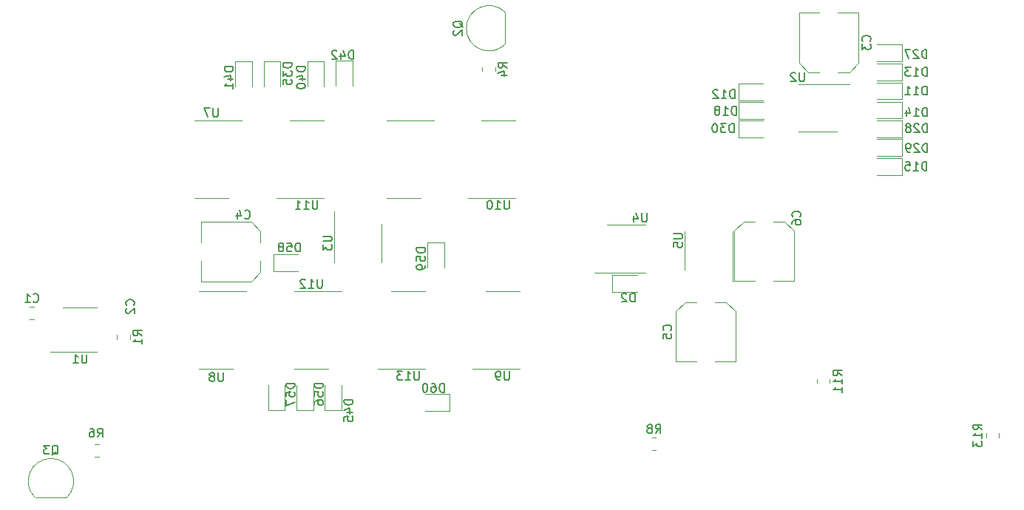
<source format=gbr>
%TF.GenerationSoftware,KiCad,Pcbnew,7.0.9*%
%TF.CreationDate,2024-02-13T17:02:03-03:00*%
%TF.ProjectId,pedido_casamento_smd,70656469-646f-45f6-9361-73616d656e74,rev?*%
%TF.SameCoordinates,Original*%
%TF.FileFunction,Legend,Bot*%
%TF.FilePolarity,Positive*%
%FSLAX46Y46*%
G04 Gerber Fmt 4.6, Leading zero omitted, Abs format (unit mm)*
G04 Created by KiCad (PCBNEW 7.0.9) date 2024-02-13 17:02:03*
%MOMM*%
%LPD*%
G01*
G04 APERTURE LIST*
%ADD10C,0.150000*%
%ADD11C,0.120000*%
G04 APERTURE END LIST*
D10*
X139411904Y-145054819D02*
X139411904Y-145864342D01*
X139411904Y-145864342D02*
X139364285Y-145959580D01*
X139364285Y-145959580D02*
X139316666Y-146007200D01*
X139316666Y-146007200D02*
X139221428Y-146054819D01*
X139221428Y-146054819D02*
X139030952Y-146054819D01*
X139030952Y-146054819D02*
X138935714Y-146007200D01*
X138935714Y-146007200D02*
X138888095Y-145959580D01*
X138888095Y-145959580D02*
X138840476Y-145864342D01*
X138840476Y-145864342D02*
X138840476Y-145054819D01*
X138221428Y-145483390D02*
X138316666Y-145435771D01*
X138316666Y-145435771D02*
X138364285Y-145388152D01*
X138364285Y-145388152D02*
X138411904Y-145292914D01*
X138411904Y-145292914D02*
X138411904Y-145245295D01*
X138411904Y-145245295D02*
X138364285Y-145150057D01*
X138364285Y-145150057D02*
X138316666Y-145102438D01*
X138316666Y-145102438D02*
X138221428Y-145054819D01*
X138221428Y-145054819D02*
X138030952Y-145054819D01*
X138030952Y-145054819D02*
X137935714Y-145102438D01*
X137935714Y-145102438D02*
X137888095Y-145150057D01*
X137888095Y-145150057D02*
X137840476Y-145245295D01*
X137840476Y-145245295D02*
X137840476Y-145292914D01*
X137840476Y-145292914D02*
X137888095Y-145388152D01*
X137888095Y-145388152D02*
X137935714Y-145435771D01*
X137935714Y-145435771D02*
X138030952Y-145483390D01*
X138030952Y-145483390D02*
X138221428Y-145483390D01*
X138221428Y-145483390D02*
X138316666Y-145531009D01*
X138316666Y-145531009D02*
X138364285Y-145578628D01*
X138364285Y-145578628D02*
X138411904Y-145673866D01*
X138411904Y-145673866D02*
X138411904Y-145864342D01*
X138411904Y-145864342D02*
X138364285Y-145959580D01*
X138364285Y-145959580D02*
X138316666Y-146007200D01*
X138316666Y-146007200D02*
X138221428Y-146054819D01*
X138221428Y-146054819D02*
X138030952Y-146054819D01*
X138030952Y-146054819D02*
X137935714Y-146007200D01*
X137935714Y-146007200D02*
X137888095Y-145959580D01*
X137888095Y-145959580D02*
X137840476Y-145864342D01*
X137840476Y-145864342D02*
X137840476Y-145673866D01*
X137840476Y-145673866D02*
X137888095Y-145578628D01*
X137888095Y-145578628D02*
X137935714Y-145531009D01*
X137935714Y-145531009D02*
X138030952Y-145483390D01*
X191004819Y-129138095D02*
X191814342Y-129138095D01*
X191814342Y-129138095D02*
X191909580Y-129185714D01*
X191909580Y-129185714D02*
X191957200Y-129233333D01*
X191957200Y-129233333D02*
X192004819Y-129328571D01*
X192004819Y-129328571D02*
X192004819Y-129519047D01*
X192004819Y-129519047D02*
X191957200Y-129614285D01*
X191957200Y-129614285D02*
X191909580Y-129661904D01*
X191909580Y-129661904D02*
X191814342Y-129709523D01*
X191814342Y-129709523D02*
X191004819Y-129709523D01*
X191004819Y-130661904D02*
X191004819Y-130185714D01*
X191004819Y-130185714D02*
X191481009Y-130138095D01*
X191481009Y-130138095D02*
X191433390Y-130185714D01*
X191433390Y-130185714D02*
X191385771Y-130280952D01*
X191385771Y-130280952D02*
X191385771Y-130519047D01*
X191385771Y-130519047D02*
X191433390Y-130614285D01*
X191433390Y-130614285D02*
X191481009Y-130661904D01*
X191481009Y-130661904D02*
X191576247Y-130709523D01*
X191576247Y-130709523D02*
X191814342Y-130709523D01*
X191814342Y-130709523D02*
X191909580Y-130661904D01*
X191909580Y-130661904D02*
X191957200Y-130614285D01*
X191957200Y-130614285D02*
X192004819Y-130519047D01*
X192004819Y-130519047D02*
X192004819Y-130280952D01*
X192004819Y-130280952D02*
X191957200Y-130185714D01*
X191957200Y-130185714D02*
X191909580Y-130138095D01*
X172186504Y-144922318D02*
X172186504Y-145731841D01*
X172186504Y-145731841D02*
X172138885Y-145827079D01*
X172138885Y-145827079D02*
X172091266Y-145874699D01*
X172091266Y-145874699D02*
X171996028Y-145922318D01*
X171996028Y-145922318D02*
X171805552Y-145922318D01*
X171805552Y-145922318D02*
X171710314Y-145874699D01*
X171710314Y-145874699D02*
X171662695Y-145827079D01*
X171662695Y-145827079D02*
X171615076Y-145731841D01*
X171615076Y-145731841D02*
X171615076Y-144922318D01*
X171091266Y-145922318D02*
X170900790Y-145922318D01*
X170900790Y-145922318D02*
X170805552Y-145874699D01*
X170805552Y-145874699D02*
X170757933Y-145827079D01*
X170757933Y-145827079D02*
X170662695Y-145684222D01*
X170662695Y-145684222D02*
X170615076Y-145493746D01*
X170615076Y-145493746D02*
X170615076Y-145112794D01*
X170615076Y-145112794D02*
X170662695Y-145017556D01*
X170662695Y-145017556D02*
X170710314Y-144969937D01*
X170710314Y-144969937D02*
X170805552Y-144922318D01*
X170805552Y-144922318D02*
X170996028Y-144922318D01*
X170996028Y-144922318D02*
X171091266Y-144969937D01*
X171091266Y-144969937D02*
X171138885Y-145017556D01*
X171138885Y-145017556D02*
X171186504Y-145112794D01*
X171186504Y-145112794D02*
X171186504Y-145350889D01*
X171186504Y-145350889D02*
X171138885Y-145446127D01*
X171138885Y-145446127D02*
X171091266Y-145493746D01*
X171091266Y-145493746D02*
X170996028Y-145541365D01*
X170996028Y-145541365D02*
X170805552Y-145541365D01*
X170805552Y-145541365D02*
X170710314Y-145493746D01*
X170710314Y-145493746D02*
X170662695Y-145446127D01*
X170662695Y-145446127D02*
X170615076Y-145350889D01*
X130104819Y-140833333D02*
X129628628Y-140500000D01*
X130104819Y-140261905D02*
X129104819Y-140261905D01*
X129104819Y-140261905D02*
X129104819Y-140642857D01*
X129104819Y-140642857D02*
X129152438Y-140738095D01*
X129152438Y-140738095D02*
X129200057Y-140785714D01*
X129200057Y-140785714D02*
X129295295Y-140833333D01*
X129295295Y-140833333D02*
X129438152Y-140833333D01*
X129438152Y-140833333D02*
X129533390Y-140785714D01*
X129533390Y-140785714D02*
X129581009Y-140738095D01*
X129581009Y-140738095D02*
X129628628Y-140642857D01*
X129628628Y-140642857D02*
X129628628Y-140261905D01*
X130104819Y-141785714D02*
X130104819Y-141214286D01*
X130104819Y-141500000D02*
X129104819Y-141500000D01*
X129104819Y-141500000D02*
X129247676Y-141404762D01*
X129247676Y-141404762D02*
X129342914Y-141309524D01*
X129342914Y-141309524D02*
X129390533Y-141214286D01*
X219989285Y-111104819D02*
X219989285Y-110104819D01*
X219989285Y-110104819D02*
X219751190Y-110104819D01*
X219751190Y-110104819D02*
X219608333Y-110152438D01*
X219608333Y-110152438D02*
X219513095Y-110247676D01*
X219513095Y-110247676D02*
X219465476Y-110342914D01*
X219465476Y-110342914D02*
X219417857Y-110533390D01*
X219417857Y-110533390D02*
X219417857Y-110676247D01*
X219417857Y-110676247D02*
X219465476Y-110866723D01*
X219465476Y-110866723D02*
X219513095Y-110961961D01*
X219513095Y-110961961D02*
X219608333Y-111057200D01*
X219608333Y-111057200D02*
X219751190Y-111104819D01*
X219751190Y-111104819D02*
X219989285Y-111104819D01*
X218465476Y-111104819D02*
X219036904Y-111104819D01*
X218751190Y-111104819D02*
X218751190Y-110104819D01*
X218751190Y-110104819D02*
X218846428Y-110247676D01*
X218846428Y-110247676D02*
X218941666Y-110342914D01*
X218941666Y-110342914D02*
X219036904Y-110390533D01*
X218132142Y-110104819D02*
X217513095Y-110104819D01*
X217513095Y-110104819D02*
X217846428Y-110485771D01*
X217846428Y-110485771D02*
X217703571Y-110485771D01*
X217703571Y-110485771D02*
X217608333Y-110533390D01*
X217608333Y-110533390D02*
X217560714Y-110581009D01*
X217560714Y-110581009D02*
X217513095Y-110676247D01*
X217513095Y-110676247D02*
X217513095Y-110914342D01*
X217513095Y-110914342D02*
X217560714Y-111009580D01*
X217560714Y-111009580D02*
X217608333Y-111057200D01*
X217608333Y-111057200D02*
X217703571Y-111104819D01*
X217703571Y-111104819D02*
X217989285Y-111104819D01*
X217989285Y-111104819D02*
X218084523Y-111057200D01*
X218084523Y-111057200D02*
X218132142Y-111009580D01*
X171904819Y-110133333D02*
X171428628Y-109800000D01*
X171904819Y-109561905D02*
X170904819Y-109561905D01*
X170904819Y-109561905D02*
X170904819Y-109942857D01*
X170904819Y-109942857D02*
X170952438Y-110038095D01*
X170952438Y-110038095D02*
X171000057Y-110085714D01*
X171000057Y-110085714D02*
X171095295Y-110133333D01*
X171095295Y-110133333D02*
X171238152Y-110133333D01*
X171238152Y-110133333D02*
X171333390Y-110085714D01*
X171333390Y-110085714D02*
X171381009Y-110038095D01*
X171381009Y-110038095D02*
X171428628Y-109942857D01*
X171428628Y-109942857D02*
X171428628Y-109561905D01*
X171238152Y-110990476D02*
X171904819Y-110990476D01*
X170857200Y-110752381D02*
X171571485Y-110514286D01*
X171571485Y-110514286D02*
X171571485Y-111133333D01*
X150209094Y-125334019D02*
X150209094Y-126143542D01*
X150209094Y-126143542D02*
X150161475Y-126238780D01*
X150161475Y-126238780D02*
X150113856Y-126286400D01*
X150113856Y-126286400D02*
X150018618Y-126334019D01*
X150018618Y-126334019D02*
X149828142Y-126334019D01*
X149828142Y-126334019D02*
X149732904Y-126286400D01*
X149732904Y-126286400D02*
X149685285Y-126238780D01*
X149685285Y-126238780D02*
X149637666Y-126143542D01*
X149637666Y-126143542D02*
X149637666Y-125334019D01*
X148637666Y-126334019D02*
X149209094Y-126334019D01*
X148923380Y-126334019D02*
X148923380Y-125334019D01*
X148923380Y-125334019D02*
X149018618Y-125476876D01*
X149018618Y-125476876D02*
X149113856Y-125572114D01*
X149113856Y-125572114D02*
X149209094Y-125619733D01*
X147685285Y-126334019D02*
X148256713Y-126334019D01*
X147970999Y-126334019D02*
X147970999Y-125334019D01*
X147970999Y-125334019D02*
X148066237Y-125476876D01*
X148066237Y-125476876D02*
X148161475Y-125572114D01*
X148161475Y-125572114D02*
X148256713Y-125619733D01*
X166840057Y-105524761D02*
X166792438Y-105429523D01*
X166792438Y-105429523D02*
X166697200Y-105334285D01*
X166697200Y-105334285D02*
X166554342Y-105191428D01*
X166554342Y-105191428D02*
X166506723Y-105096190D01*
X166506723Y-105096190D02*
X166506723Y-105000952D01*
X166744819Y-105048571D02*
X166697200Y-104953333D01*
X166697200Y-104953333D02*
X166601961Y-104858095D01*
X166601961Y-104858095D02*
X166411485Y-104810476D01*
X166411485Y-104810476D02*
X166078152Y-104810476D01*
X166078152Y-104810476D02*
X165887676Y-104858095D01*
X165887676Y-104858095D02*
X165792438Y-104953333D01*
X165792438Y-104953333D02*
X165744819Y-105048571D01*
X165744819Y-105048571D02*
X165744819Y-105239047D01*
X165744819Y-105239047D02*
X165792438Y-105334285D01*
X165792438Y-105334285D02*
X165887676Y-105429523D01*
X165887676Y-105429523D02*
X166078152Y-105477142D01*
X166078152Y-105477142D02*
X166411485Y-105477142D01*
X166411485Y-105477142D02*
X166601961Y-105429523D01*
X166601961Y-105429523D02*
X166697200Y-105334285D01*
X166697200Y-105334285D02*
X166744819Y-105239047D01*
X166744819Y-105239047D02*
X166744819Y-105048571D01*
X165840057Y-105858095D02*
X165792438Y-105905714D01*
X165792438Y-105905714D02*
X165744819Y-106000952D01*
X165744819Y-106000952D02*
X165744819Y-106239047D01*
X165744819Y-106239047D02*
X165792438Y-106334285D01*
X165792438Y-106334285D02*
X165840057Y-106381904D01*
X165840057Y-106381904D02*
X165935295Y-106429523D01*
X165935295Y-106429523D02*
X166030533Y-106429523D01*
X166030533Y-106429523D02*
X166173390Y-106381904D01*
X166173390Y-106381904D02*
X166744819Y-105810476D01*
X166744819Y-105810476D02*
X166744819Y-106429523D01*
X138810904Y-114774019D02*
X138810904Y-115583542D01*
X138810904Y-115583542D02*
X138763285Y-115678780D01*
X138763285Y-115678780D02*
X138715666Y-115726400D01*
X138715666Y-115726400D02*
X138620428Y-115774019D01*
X138620428Y-115774019D02*
X138429952Y-115774019D01*
X138429952Y-115774019D02*
X138334714Y-115726400D01*
X138334714Y-115726400D02*
X138287095Y-115678780D01*
X138287095Y-115678780D02*
X138239476Y-115583542D01*
X138239476Y-115583542D02*
X138239476Y-114774019D01*
X137858523Y-114774019D02*
X137191857Y-114774019D01*
X137191857Y-114774019D02*
X137620428Y-115774019D01*
X198164285Y-115554819D02*
X198164285Y-114554819D01*
X198164285Y-114554819D02*
X197926190Y-114554819D01*
X197926190Y-114554819D02*
X197783333Y-114602438D01*
X197783333Y-114602438D02*
X197688095Y-114697676D01*
X197688095Y-114697676D02*
X197640476Y-114792914D01*
X197640476Y-114792914D02*
X197592857Y-114983390D01*
X197592857Y-114983390D02*
X197592857Y-115126247D01*
X197592857Y-115126247D02*
X197640476Y-115316723D01*
X197640476Y-115316723D02*
X197688095Y-115411961D01*
X197688095Y-115411961D02*
X197783333Y-115507200D01*
X197783333Y-115507200D02*
X197926190Y-115554819D01*
X197926190Y-115554819D02*
X198164285Y-115554819D01*
X196640476Y-115554819D02*
X197211904Y-115554819D01*
X196926190Y-115554819D02*
X196926190Y-114554819D01*
X196926190Y-114554819D02*
X197021428Y-114697676D01*
X197021428Y-114697676D02*
X197116666Y-114792914D01*
X197116666Y-114792914D02*
X197211904Y-114840533D01*
X196069047Y-114983390D02*
X196164285Y-114935771D01*
X196164285Y-114935771D02*
X196211904Y-114888152D01*
X196211904Y-114888152D02*
X196259523Y-114792914D01*
X196259523Y-114792914D02*
X196259523Y-114745295D01*
X196259523Y-114745295D02*
X196211904Y-114650057D01*
X196211904Y-114650057D02*
X196164285Y-114602438D01*
X196164285Y-114602438D02*
X196069047Y-114554819D01*
X196069047Y-114554819D02*
X195878571Y-114554819D01*
X195878571Y-114554819D02*
X195783333Y-114602438D01*
X195783333Y-114602438D02*
X195735714Y-114650057D01*
X195735714Y-114650057D02*
X195688095Y-114745295D01*
X195688095Y-114745295D02*
X195688095Y-114792914D01*
X195688095Y-114792914D02*
X195735714Y-114888152D01*
X195735714Y-114888152D02*
X195783333Y-114935771D01*
X195783333Y-114935771D02*
X195878571Y-114983390D01*
X195878571Y-114983390D02*
X196069047Y-114983390D01*
X196069047Y-114983390D02*
X196164285Y-115031009D01*
X196164285Y-115031009D02*
X196211904Y-115078628D01*
X196211904Y-115078628D02*
X196259523Y-115173866D01*
X196259523Y-115173866D02*
X196259523Y-115364342D01*
X196259523Y-115364342D02*
X196211904Y-115459580D01*
X196211904Y-115459580D02*
X196164285Y-115507200D01*
X196164285Y-115507200D02*
X196069047Y-115554819D01*
X196069047Y-115554819D02*
X195878571Y-115554819D01*
X195878571Y-115554819D02*
X195783333Y-115507200D01*
X195783333Y-115507200D02*
X195735714Y-115459580D01*
X195735714Y-115459580D02*
X195688095Y-115364342D01*
X195688095Y-115364342D02*
X195688095Y-115173866D01*
X195688095Y-115173866D02*
X195735714Y-115078628D01*
X195735714Y-115078628D02*
X195783333Y-115031009D01*
X195783333Y-115031009D02*
X195878571Y-114983390D01*
X187911904Y-126804819D02*
X187911904Y-127614342D01*
X187911904Y-127614342D02*
X187864285Y-127709580D01*
X187864285Y-127709580D02*
X187816666Y-127757200D01*
X187816666Y-127757200D02*
X187721428Y-127804819D01*
X187721428Y-127804819D02*
X187530952Y-127804819D01*
X187530952Y-127804819D02*
X187435714Y-127757200D01*
X187435714Y-127757200D02*
X187388095Y-127709580D01*
X187388095Y-127709580D02*
X187340476Y-127614342D01*
X187340476Y-127614342D02*
X187340476Y-126804819D01*
X186435714Y-127138152D02*
X186435714Y-127804819D01*
X186673809Y-126757200D02*
X186911904Y-127471485D01*
X186911904Y-127471485D02*
X186292857Y-127471485D01*
X147254819Y-109585714D02*
X146254819Y-109585714D01*
X146254819Y-109585714D02*
X146254819Y-109823809D01*
X146254819Y-109823809D02*
X146302438Y-109966666D01*
X146302438Y-109966666D02*
X146397676Y-110061904D01*
X146397676Y-110061904D02*
X146492914Y-110109523D01*
X146492914Y-110109523D02*
X146683390Y-110157142D01*
X146683390Y-110157142D02*
X146826247Y-110157142D01*
X146826247Y-110157142D02*
X147016723Y-110109523D01*
X147016723Y-110109523D02*
X147111961Y-110061904D01*
X147111961Y-110061904D02*
X147207200Y-109966666D01*
X147207200Y-109966666D02*
X147254819Y-109823809D01*
X147254819Y-109823809D02*
X147254819Y-109585714D01*
X146254819Y-110490476D02*
X146254819Y-111109523D01*
X146254819Y-111109523D02*
X146635771Y-110776190D01*
X146635771Y-110776190D02*
X146635771Y-110919047D01*
X146635771Y-110919047D02*
X146683390Y-111014285D01*
X146683390Y-111014285D02*
X146731009Y-111061904D01*
X146731009Y-111061904D02*
X146826247Y-111109523D01*
X146826247Y-111109523D02*
X147064342Y-111109523D01*
X147064342Y-111109523D02*
X147159580Y-111061904D01*
X147159580Y-111061904D02*
X147207200Y-111014285D01*
X147207200Y-111014285D02*
X147254819Y-110919047D01*
X147254819Y-110919047D02*
X147254819Y-110633333D01*
X147254819Y-110633333D02*
X147207200Y-110538095D01*
X147207200Y-110538095D02*
X147159580Y-110490476D01*
X146254819Y-112014285D02*
X146254819Y-111538095D01*
X146254819Y-111538095D02*
X146731009Y-111490476D01*
X146731009Y-111490476D02*
X146683390Y-111538095D01*
X146683390Y-111538095D02*
X146635771Y-111633333D01*
X146635771Y-111633333D02*
X146635771Y-111871428D01*
X146635771Y-111871428D02*
X146683390Y-111966666D01*
X146683390Y-111966666D02*
X146731009Y-112014285D01*
X146731009Y-112014285D02*
X146826247Y-112061904D01*
X146826247Y-112061904D02*
X147064342Y-112061904D01*
X147064342Y-112061904D02*
X147159580Y-112014285D01*
X147159580Y-112014285D02*
X147207200Y-111966666D01*
X147207200Y-111966666D02*
X147254819Y-111871428D01*
X147254819Y-111871428D02*
X147254819Y-111633333D01*
X147254819Y-111633333D02*
X147207200Y-111538095D01*
X147207200Y-111538095D02*
X147159580Y-111490476D01*
X154314285Y-109154819D02*
X154314285Y-108154819D01*
X154314285Y-108154819D02*
X154076190Y-108154819D01*
X154076190Y-108154819D02*
X153933333Y-108202438D01*
X153933333Y-108202438D02*
X153838095Y-108297676D01*
X153838095Y-108297676D02*
X153790476Y-108392914D01*
X153790476Y-108392914D02*
X153742857Y-108583390D01*
X153742857Y-108583390D02*
X153742857Y-108726247D01*
X153742857Y-108726247D02*
X153790476Y-108916723D01*
X153790476Y-108916723D02*
X153838095Y-109011961D01*
X153838095Y-109011961D02*
X153933333Y-109107200D01*
X153933333Y-109107200D02*
X154076190Y-109154819D01*
X154076190Y-109154819D02*
X154314285Y-109154819D01*
X152885714Y-108488152D02*
X152885714Y-109154819D01*
X153123809Y-108107200D02*
X153361904Y-108821485D01*
X153361904Y-108821485D02*
X152742857Y-108821485D01*
X152409523Y-108250057D02*
X152361904Y-108202438D01*
X152361904Y-108202438D02*
X152266666Y-108154819D01*
X152266666Y-108154819D02*
X152028571Y-108154819D01*
X152028571Y-108154819D02*
X151933333Y-108202438D01*
X151933333Y-108202438D02*
X151885714Y-108250057D01*
X151885714Y-108250057D02*
X151838095Y-108345295D01*
X151838095Y-108345295D02*
X151838095Y-108440533D01*
X151838095Y-108440533D02*
X151885714Y-108583390D01*
X151885714Y-108583390D02*
X152457142Y-109154819D01*
X152457142Y-109154819D02*
X151838095Y-109154819D01*
X219964285Y-109054819D02*
X219964285Y-108054819D01*
X219964285Y-108054819D02*
X219726190Y-108054819D01*
X219726190Y-108054819D02*
X219583333Y-108102438D01*
X219583333Y-108102438D02*
X219488095Y-108197676D01*
X219488095Y-108197676D02*
X219440476Y-108292914D01*
X219440476Y-108292914D02*
X219392857Y-108483390D01*
X219392857Y-108483390D02*
X219392857Y-108626247D01*
X219392857Y-108626247D02*
X219440476Y-108816723D01*
X219440476Y-108816723D02*
X219488095Y-108911961D01*
X219488095Y-108911961D02*
X219583333Y-109007200D01*
X219583333Y-109007200D02*
X219726190Y-109054819D01*
X219726190Y-109054819D02*
X219964285Y-109054819D01*
X219011904Y-108150057D02*
X218964285Y-108102438D01*
X218964285Y-108102438D02*
X218869047Y-108054819D01*
X218869047Y-108054819D02*
X218630952Y-108054819D01*
X218630952Y-108054819D02*
X218535714Y-108102438D01*
X218535714Y-108102438D02*
X218488095Y-108150057D01*
X218488095Y-108150057D02*
X218440476Y-108245295D01*
X218440476Y-108245295D02*
X218440476Y-108340533D01*
X218440476Y-108340533D02*
X218488095Y-108483390D01*
X218488095Y-108483390D02*
X219059523Y-109054819D01*
X219059523Y-109054819D02*
X218440476Y-109054819D01*
X218107142Y-108054819D02*
X217440476Y-108054819D01*
X217440476Y-108054819D02*
X217869047Y-109054819D01*
X161842294Y-144922318D02*
X161842294Y-145731841D01*
X161842294Y-145731841D02*
X161794675Y-145827079D01*
X161794675Y-145827079D02*
X161747056Y-145874699D01*
X161747056Y-145874699D02*
X161651818Y-145922318D01*
X161651818Y-145922318D02*
X161461342Y-145922318D01*
X161461342Y-145922318D02*
X161366104Y-145874699D01*
X161366104Y-145874699D02*
X161318485Y-145827079D01*
X161318485Y-145827079D02*
X161270866Y-145731841D01*
X161270866Y-145731841D02*
X161270866Y-144922318D01*
X160270866Y-145922318D02*
X160842294Y-145922318D01*
X160556580Y-145922318D02*
X160556580Y-144922318D01*
X160556580Y-144922318D02*
X160651818Y-145065175D01*
X160651818Y-145065175D02*
X160747056Y-145160413D01*
X160747056Y-145160413D02*
X160842294Y-145208032D01*
X159937532Y-144922318D02*
X159318485Y-144922318D01*
X159318485Y-144922318D02*
X159651818Y-145303270D01*
X159651818Y-145303270D02*
X159508961Y-145303270D01*
X159508961Y-145303270D02*
X159413723Y-145350889D01*
X159413723Y-145350889D02*
X159366104Y-145398508D01*
X159366104Y-145398508D02*
X159318485Y-145493746D01*
X159318485Y-145493746D02*
X159318485Y-145731841D01*
X159318485Y-145731841D02*
X159366104Y-145827079D01*
X159366104Y-145827079D02*
X159413723Y-145874699D01*
X159413723Y-145874699D02*
X159508961Y-145922318D01*
X159508961Y-145922318D02*
X159794675Y-145922318D01*
X159794675Y-145922318D02*
X159889913Y-145874699D01*
X159889913Y-145874699D02*
X159937532Y-145827079D01*
X148804819Y-110035714D02*
X147804819Y-110035714D01*
X147804819Y-110035714D02*
X147804819Y-110273809D01*
X147804819Y-110273809D02*
X147852438Y-110416666D01*
X147852438Y-110416666D02*
X147947676Y-110511904D01*
X147947676Y-110511904D02*
X148042914Y-110559523D01*
X148042914Y-110559523D02*
X148233390Y-110607142D01*
X148233390Y-110607142D02*
X148376247Y-110607142D01*
X148376247Y-110607142D02*
X148566723Y-110559523D01*
X148566723Y-110559523D02*
X148661961Y-110511904D01*
X148661961Y-110511904D02*
X148757200Y-110416666D01*
X148757200Y-110416666D02*
X148804819Y-110273809D01*
X148804819Y-110273809D02*
X148804819Y-110035714D01*
X148138152Y-111464285D02*
X148804819Y-111464285D01*
X147757200Y-111226190D02*
X148471485Y-110988095D01*
X148471485Y-110988095D02*
X148471485Y-111607142D01*
X147804819Y-112178571D02*
X147804819Y-112273809D01*
X147804819Y-112273809D02*
X147852438Y-112369047D01*
X147852438Y-112369047D02*
X147900057Y-112416666D01*
X147900057Y-112416666D02*
X147995295Y-112464285D01*
X147995295Y-112464285D02*
X148185771Y-112511904D01*
X148185771Y-112511904D02*
X148423866Y-112511904D01*
X148423866Y-112511904D02*
X148614342Y-112464285D01*
X148614342Y-112464285D02*
X148709580Y-112416666D01*
X148709580Y-112416666D02*
X148757200Y-112369047D01*
X148757200Y-112369047D02*
X148804819Y-112273809D01*
X148804819Y-112273809D02*
X148804819Y-112178571D01*
X148804819Y-112178571D02*
X148757200Y-112083333D01*
X148757200Y-112083333D02*
X148709580Y-112035714D01*
X148709580Y-112035714D02*
X148614342Y-111988095D01*
X148614342Y-111988095D02*
X148423866Y-111940476D01*
X148423866Y-111940476D02*
X148185771Y-111940476D01*
X148185771Y-111940476D02*
X147995295Y-111988095D01*
X147995295Y-111988095D02*
X147900057Y-112035714D01*
X147900057Y-112035714D02*
X147852438Y-112083333D01*
X147852438Y-112083333D02*
X147804819Y-112178571D01*
X213459580Y-107083333D02*
X213507200Y-107035714D01*
X213507200Y-107035714D02*
X213554819Y-106892857D01*
X213554819Y-106892857D02*
X213554819Y-106797619D01*
X213554819Y-106797619D02*
X213507200Y-106654762D01*
X213507200Y-106654762D02*
X213411961Y-106559524D01*
X213411961Y-106559524D02*
X213316723Y-106511905D01*
X213316723Y-106511905D02*
X213126247Y-106464286D01*
X213126247Y-106464286D02*
X212983390Y-106464286D01*
X212983390Y-106464286D02*
X212792914Y-106511905D01*
X212792914Y-106511905D02*
X212697676Y-106559524D01*
X212697676Y-106559524D02*
X212602438Y-106654762D01*
X212602438Y-106654762D02*
X212554819Y-106797619D01*
X212554819Y-106797619D02*
X212554819Y-106892857D01*
X212554819Y-106892857D02*
X212602438Y-107035714D01*
X212602438Y-107035714D02*
X212650057Y-107083333D01*
X212554819Y-107416667D02*
X212554819Y-108035714D01*
X212554819Y-108035714D02*
X212935771Y-107702381D01*
X212935771Y-107702381D02*
X212935771Y-107845238D01*
X212935771Y-107845238D02*
X212983390Y-107940476D01*
X212983390Y-107940476D02*
X213031009Y-107988095D01*
X213031009Y-107988095D02*
X213126247Y-108035714D01*
X213126247Y-108035714D02*
X213364342Y-108035714D01*
X213364342Y-108035714D02*
X213459580Y-107988095D01*
X213459580Y-107988095D02*
X213507200Y-107940476D01*
X213507200Y-107940476D02*
X213554819Y-107845238D01*
X213554819Y-107845238D02*
X213554819Y-107559524D01*
X213554819Y-107559524D02*
X213507200Y-107464286D01*
X213507200Y-107464286D02*
X213459580Y-107416667D01*
X197889285Y-117554819D02*
X197889285Y-116554819D01*
X197889285Y-116554819D02*
X197651190Y-116554819D01*
X197651190Y-116554819D02*
X197508333Y-116602438D01*
X197508333Y-116602438D02*
X197413095Y-116697676D01*
X197413095Y-116697676D02*
X197365476Y-116792914D01*
X197365476Y-116792914D02*
X197317857Y-116983390D01*
X197317857Y-116983390D02*
X197317857Y-117126247D01*
X197317857Y-117126247D02*
X197365476Y-117316723D01*
X197365476Y-117316723D02*
X197413095Y-117411961D01*
X197413095Y-117411961D02*
X197508333Y-117507200D01*
X197508333Y-117507200D02*
X197651190Y-117554819D01*
X197651190Y-117554819D02*
X197889285Y-117554819D01*
X196984523Y-116554819D02*
X196365476Y-116554819D01*
X196365476Y-116554819D02*
X196698809Y-116935771D01*
X196698809Y-116935771D02*
X196555952Y-116935771D01*
X196555952Y-116935771D02*
X196460714Y-116983390D01*
X196460714Y-116983390D02*
X196413095Y-117031009D01*
X196413095Y-117031009D02*
X196365476Y-117126247D01*
X196365476Y-117126247D02*
X196365476Y-117364342D01*
X196365476Y-117364342D02*
X196413095Y-117459580D01*
X196413095Y-117459580D02*
X196460714Y-117507200D01*
X196460714Y-117507200D02*
X196555952Y-117554819D01*
X196555952Y-117554819D02*
X196841666Y-117554819D01*
X196841666Y-117554819D02*
X196936904Y-117507200D01*
X196936904Y-117507200D02*
X196984523Y-117459580D01*
X195746428Y-116554819D02*
X195651190Y-116554819D01*
X195651190Y-116554819D02*
X195555952Y-116602438D01*
X195555952Y-116602438D02*
X195508333Y-116650057D01*
X195508333Y-116650057D02*
X195460714Y-116745295D01*
X195460714Y-116745295D02*
X195413095Y-116935771D01*
X195413095Y-116935771D02*
X195413095Y-117173866D01*
X195413095Y-117173866D02*
X195460714Y-117364342D01*
X195460714Y-117364342D02*
X195508333Y-117459580D01*
X195508333Y-117459580D02*
X195555952Y-117507200D01*
X195555952Y-117507200D02*
X195651190Y-117554819D01*
X195651190Y-117554819D02*
X195746428Y-117554819D01*
X195746428Y-117554819D02*
X195841666Y-117507200D01*
X195841666Y-117507200D02*
X195889285Y-117459580D01*
X195889285Y-117459580D02*
X195936904Y-117364342D01*
X195936904Y-117364342D02*
X195984523Y-117173866D01*
X195984523Y-117173866D02*
X195984523Y-116935771D01*
X195984523Y-116935771D02*
X195936904Y-116745295D01*
X195936904Y-116745295D02*
X195889285Y-116650057D01*
X195889285Y-116650057D02*
X195841666Y-116602438D01*
X195841666Y-116602438D02*
X195746428Y-116554819D01*
X150753694Y-134362318D02*
X150753694Y-135171841D01*
X150753694Y-135171841D02*
X150706075Y-135267079D01*
X150706075Y-135267079D02*
X150658456Y-135314699D01*
X150658456Y-135314699D02*
X150563218Y-135362318D01*
X150563218Y-135362318D02*
X150372742Y-135362318D01*
X150372742Y-135362318D02*
X150277504Y-135314699D01*
X150277504Y-135314699D02*
X150229885Y-135267079D01*
X150229885Y-135267079D02*
X150182266Y-135171841D01*
X150182266Y-135171841D02*
X150182266Y-134362318D01*
X149182266Y-135362318D02*
X149753694Y-135362318D01*
X149467980Y-135362318D02*
X149467980Y-134362318D01*
X149467980Y-134362318D02*
X149563218Y-134505175D01*
X149563218Y-134505175D02*
X149658456Y-134600413D01*
X149658456Y-134600413D02*
X149753694Y-134648032D01*
X148801313Y-134457556D02*
X148753694Y-134409937D01*
X148753694Y-134409937D02*
X148658456Y-134362318D01*
X148658456Y-134362318D02*
X148420361Y-134362318D01*
X148420361Y-134362318D02*
X148325123Y-134409937D01*
X148325123Y-134409937D02*
X148277504Y-134457556D01*
X148277504Y-134457556D02*
X148229885Y-134552794D01*
X148229885Y-134552794D02*
X148229885Y-134648032D01*
X148229885Y-134648032D02*
X148277504Y-134790889D01*
X148277504Y-134790889D02*
X148848932Y-135362318D01*
X148848932Y-135362318D02*
X148229885Y-135362318D01*
X140554819Y-110035714D02*
X139554819Y-110035714D01*
X139554819Y-110035714D02*
X139554819Y-110273809D01*
X139554819Y-110273809D02*
X139602438Y-110416666D01*
X139602438Y-110416666D02*
X139697676Y-110511904D01*
X139697676Y-110511904D02*
X139792914Y-110559523D01*
X139792914Y-110559523D02*
X139983390Y-110607142D01*
X139983390Y-110607142D02*
X140126247Y-110607142D01*
X140126247Y-110607142D02*
X140316723Y-110559523D01*
X140316723Y-110559523D02*
X140411961Y-110511904D01*
X140411961Y-110511904D02*
X140507200Y-110416666D01*
X140507200Y-110416666D02*
X140554819Y-110273809D01*
X140554819Y-110273809D02*
X140554819Y-110035714D01*
X139888152Y-111464285D02*
X140554819Y-111464285D01*
X139507200Y-111226190D02*
X140221485Y-110988095D01*
X140221485Y-110988095D02*
X140221485Y-111607142D01*
X140554819Y-112511904D02*
X140554819Y-111940476D01*
X140554819Y-112226190D02*
X139554819Y-112226190D01*
X139554819Y-112226190D02*
X139697676Y-112130952D01*
X139697676Y-112130952D02*
X139792914Y-112035714D01*
X139792914Y-112035714D02*
X139840533Y-111940476D01*
X220039285Y-119804819D02*
X220039285Y-118804819D01*
X220039285Y-118804819D02*
X219801190Y-118804819D01*
X219801190Y-118804819D02*
X219658333Y-118852438D01*
X219658333Y-118852438D02*
X219563095Y-118947676D01*
X219563095Y-118947676D02*
X219515476Y-119042914D01*
X219515476Y-119042914D02*
X219467857Y-119233390D01*
X219467857Y-119233390D02*
X219467857Y-119376247D01*
X219467857Y-119376247D02*
X219515476Y-119566723D01*
X219515476Y-119566723D02*
X219563095Y-119661961D01*
X219563095Y-119661961D02*
X219658333Y-119757200D01*
X219658333Y-119757200D02*
X219801190Y-119804819D01*
X219801190Y-119804819D02*
X220039285Y-119804819D01*
X219086904Y-118900057D02*
X219039285Y-118852438D01*
X219039285Y-118852438D02*
X218944047Y-118804819D01*
X218944047Y-118804819D02*
X218705952Y-118804819D01*
X218705952Y-118804819D02*
X218610714Y-118852438D01*
X218610714Y-118852438D02*
X218563095Y-118900057D01*
X218563095Y-118900057D02*
X218515476Y-118995295D01*
X218515476Y-118995295D02*
X218515476Y-119090533D01*
X218515476Y-119090533D02*
X218563095Y-119233390D01*
X218563095Y-119233390D02*
X219134523Y-119804819D01*
X219134523Y-119804819D02*
X218515476Y-119804819D01*
X218039285Y-119804819D02*
X217848809Y-119804819D01*
X217848809Y-119804819D02*
X217753571Y-119757200D01*
X217753571Y-119757200D02*
X217705952Y-119709580D01*
X217705952Y-119709580D02*
X217610714Y-119566723D01*
X217610714Y-119566723D02*
X217563095Y-119376247D01*
X217563095Y-119376247D02*
X217563095Y-118995295D01*
X217563095Y-118995295D02*
X217610714Y-118900057D01*
X217610714Y-118900057D02*
X217658333Y-118852438D01*
X217658333Y-118852438D02*
X217753571Y-118804819D01*
X217753571Y-118804819D02*
X217944047Y-118804819D01*
X217944047Y-118804819D02*
X218039285Y-118852438D01*
X218039285Y-118852438D02*
X218086904Y-118900057D01*
X218086904Y-118900057D02*
X218134523Y-118995295D01*
X218134523Y-118995295D02*
X218134523Y-119233390D01*
X218134523Y-119233390D02*
X218086904Y-119328628D01*
X218086904Y-119328628D02*
X218039285Y-119376247D01*
X218039285Y-119376247D02*
X217944047Y-119423866D01*
X217944047Y-119423866D02*
X217753571Y-119423866D01*
X217753571Y-119423866D02*
X217658333Y-119376247D01*
X217658333Y-119376247D02*
X217610714Y-119328628D01*
X217610714Y-119328628D02*
X217563095Y-119233390D01*
X219989285Y-113254819D02*
X219989285Y-112254819D01*
X219989285Y-112254819D02*
X219751190Y-112254819D01*
X219751190Y-112254819D02*
X219608333Y-112302438D01*
X219608333Y-112302438D02*
X219513095Y-112397676D01*
X219513095Y-112397676D02*
X219465476Y-112492914D01*
X219465476Y-112492914D02*
X219417857Y-112683390D01*
X219417857Y-112683390D02*
X219417857Y-112826247D01*
X219417857Y-112826247D02*
X219465476Y-113016723D01*
X219465476Y-113016723D02*
X219513095Y-113111961D01*
X219513095Y-113111961D02*
X219608333Y-113207200D01*
X219608333Y-113207200D02*
X219751190Y-113254819D01*
X219751190Y-113254819D02*
X219989285Y-113254819D01*
X218465476Y-113254819D02*
X219036904Y-113254819D01*
X218751190Y-113254819D02*
X218751190Y-112254819D01*
X218751190Y-112254819D02*
X218846428Y-112397676D01*
X218846428Y-112397676D02*
X218941666Y-112492914D01*
X218941666Y-112492914D02*
X219036904Y-112540533D01*
X217513095Y-113254819D02*
X218084523Y-113254819D01*
X217798809Y-113254819D02*
X217798809Y-112254819D01*
X217798809Y-112254819D02*
X217894047Y-112397676D01*
X217894047Y-112397676D02*
X217989285Y-112492914D01*
X217989285Y-112492914D02*
X218084523Y-112540533D01*
X150843219Y-129438495D02*
X151652742Y-129438495D01*
X151652742Y-129438495D02*
X151747980Y-129486114D01*
X151747980Y-129486114D02*
X151795600Y-129533733D01*
X151795600Y-129533733D02*
X151843219Y-129628971D01*
X151843219Y-129628971D02*
X151843219Y-129819447D01*
X151843219Y-129819447D02*
X151795600Y-129914685D01*
X151795600Y-129914685D02*
X151747980Y-129962304D01*
X151747980Y-129962304D02*
X151652742Y-130009923D01*
X151652742Y-130009923D02*
X150843219Y-130009923D01*
X150843219Y-130390876D02*
X150843219Y-131009923D01*
X150843219Y-131009923D02*
X151224171Y-130676590D01*
X151224171Y-130676590D02*
X151224171Y-130819447D01*
X151224171Y-130819447D02*
X151271790Y-130914685D01*
X151271790Y-130914685D02*
X151319409Y-130962304D01*
X151319409Y-130962304D02*
X151414647Y-131009923D01*
X151414647Y-131009923D02*
X151652742Y-131009923D01*
X151652742Y-131009923D02*
X151747980Y-130962304D01*
X151747980Y-130962304D02*
X151795600Y-130914685D01*
X151795600Y-130914685D02*
X151843219Y-130819447D01*
X151843219Y-130819447D02*
X151843219Y-130533733D01*
X151843219Y-130533733D02*
X151795600Y-130438495D01*
X151795600Y-130438495D02*
X151747980Y-130390876D01*
X226304819Y-151607142D02*
X225828628Y-151273809D01*
X226304819Y-151035714D02*
X225304819Y-151035714D01*
X225304819Y-151035714D02*
X225304819Y-151416666D01*
X225304819Y-151416666D02*
X225352438Y-151511904D01*
X225352438Y-151511904D02*
X225400057Y-151559523D01*
X225400057Y-151559523D02*
X225495295Y-151607142D01*
X225495295Y-151607142D02*
X225638152Y-151607142D01*
X225638152Y-151607142D02*
X225733390Y-151559523D01*
X225733390Y-151559523D02*
X225781009Y-151511904D01*
X225781009Y-151511904D02*
X225828628Y-151416666D01*
X225828628Y-151416666D02*
X225828628Y-151035714D01*
X226304819Y-152559523D02*
X226304819Y-151988095D01*
X226304819Y-152273809D02*
X225304819Y-152273809D01*
X225304819Y-152273809D02*
X225447676Y-152178571D01*
X225447676Y-152178571D02*
X225542914Y-152083333D01*
X225542914Y-152083333D02*
X225590533Y-151988095D01*
X225304819Y-152892857D02*
X225304819Y-153511904D01*
X225304819Y-153511904D02*
X225685771Y-153178571D01*
X225685771Y-153178571D02*
X225685771Y-153321428D01*
X225685771Y-153321428D02*
X225733390Y-153416666D01*
X225733390Y-153416666D02*
X225781009Y-153464285D01*
X225781009Y-153464285D02*
X225876247Y-153511904D01*
X225876247Y-153511904D02*
X226114342Y-153511904D01*
X226114342Y-153511904D02*
X226209580Y-153464285D01*
X226209580Y-153464285D02*
X226257200Y-153416666D01*
X226257200Y-153416666D02*
X226304819Y-153321428D01*
X226304819Y-153321428D02*
X226304819Y-153035714D01*
X226304819Y-153035714D02*
X226257200Y-152940476D01*
X226257200Y-152940476D02*
X226209580Y-152892857D01*
X148214285Y-131204819D02*
X148214285Y-130204819D01*
X148214285Y-130204819D02*
X147976190Y-130204819D01*
X147976190Y-130204819D02*
X147833333Y-130252438D01*
X147833333Y-130252438D02*
X147738095Y-130347676D01*
X147738095Y-130347676D02*
X147690476Y-130442914D01*
X147690476Y-130442914D02*
X147642857Y-130633390D01*
X147642857Y-130633390D02*
X147642857Y-130776247D01*
X147642857Y-130776247D02*
X147690476Y-130966723D01*
X147690476Y-130966723D02*
X147738095Y-131061961D01*
X147738095Y-131061961D02*
X147833333Y-131157200D01*
X147833333Y-131157200D02*
X147976190Y-131204819D01*
X147976190Y-131204819D02*
X148214285Y-131204819D01*
X146738095Y-130204819D02*
X147214285Y-130204819D01*
X147214285Y-130204819D02*
X147261904Y-130681009D01*
X147261904Y-130681009D02*
X147214285Y-130633390D01*
X147214285Y-130633390D02*
X147119047Y-130585771D01*
X147119047Y-130585771D02*
X146880952Y-130585771D01*
X146880952Y-130585771D02*
X146785714Y-130633390D01*
X146785714Y-130633390D02*
X146738095Y-130681009D01*
X146738095Y-130681009D02*
X146690476Y-130776247D01*
X146690476Y-130776247D02*
X146690476Y-131014342D01*
X146690476Y-131014342D02*
X146738095Y-131109580D01*
X146738095Y-131109580D02*
X146785714Y-131157200D01*
X146785714Y-131157200D02*
X146880952Y-131204819D01*
X146880952Y-131204819D02*
X147119047Y-131204819D01*
X147119047Y-131204819D02*
X147214285Y-131157200D01*
X147214285Y-131157200D02*
X147261904Y-131109580D01*
X146119047Y-130633390D02*
X146214285Y-130585771D01*
X146214285Y-130585771D02*
X146261904Y-130538152D01*
X146261904Y-130538152D02*
X146309523Y-130442914D01*
X146309523Y-130442914D02*
X146309523Y-130395295D01*
X146309523Y-130395295D02*
X146261904Y-130300057D01*
X146261904Y-130300057D02*
X146214285Y-130252438D01*
X146214285Y-130252438D02*
X146119047Y-130204819D01*
X146119047Y-130204819D02*
X145928571Y-130204819D01*
X145928571Y-130204819D02*
X145833333Y-130252438D01*
X145833333Y-130252438D02*
X145785714Y-130300057D01*
X145785714Y-130300057D02*
X145738095Y-130395295D01*
X145738095Y-130395295D02*
X145738095Y-130442914D01*
X145738095Y-130442914D02*
X145785714Y-130538152D01*
X145785714Y-130538152D02*
X145833333Y-130585771D01*
X145833333Y-130585771D02*
X145928571Y-130633390D01*
X145928571Y-130633390D02*
X146119047Y-130633390D01*
X146119047Y-130633390D02*
X146214285Y-130681009D01*
X146214285Y-130681009D02*
X146261904Y-130728628D01*
X146261904Y-130728628D02*
X146309523Y-130823866D01*
X146309523Y-130823866D02*
X146309523Y-131014342D01*
X146309523Y-131014342D02*
X146261904Y-131109580D01*
X146261904Y-131109580D02*
X146214285Y-131157200D01*
X146214285Y-131157200D02*
X146119047Y-131204819D01*
X146119047Y-131204819D02*
X145928571Y-131204819D01*
X145928571Y-131204819D02*
X145833333Y-131157200D01*
X145833333Y-131157200D02*
X145785714Y-131109580D01*
X145785714Y-131109580D02*
X145738095Y-131014342D01*
X145738095Y-131014342D02*
X145738095Y-130823866D01*
X145738095Y-130823866D02*
X145785714Y-130728628D01*
X145785714Y-130728628D02*
X145833333Y-130681009D01*
X145833333Y-130681009D02*
X145928571Y-130633390D01*
X147604819Y-146310714D02*
X146604819Y-146310714D01*
X146604819Y-146310714D02*
X146604819Y-146548809D01*
X146604819Y-146548809D02*
X146652438Y-146691666D01*
X146652438Y-146691666D02*
X146747676Y-146786904D01*
X146747676Y-146786904D02*
X146842914Y-146834523D01*
X146842914Y-146834523D02*
X147033390Y-146882142D01*
X147033390Y-146882142D02*
X147176247Y-146882142D01*
X147176247Y-146882142D02*
X147366723Y-146834523D01*
X147366723Y-146834523D02*
X147461961Y-146786904D01*
X147461961Y-146786904D02*
X147557200Y-146691666D01*
X147557200Y-146691666D02*
X147604819Y-146548809D01*
X147604819Y-146548809D02*
X147604819Y-146310714D01*
X146604819Y-147786904D02*
X146604819Y-147310714D01*
X146604819Y-147310714D02*
X147081009Y-147263095D01*
X147081009Y-147263095D02*
X147033390Y-147310714D01*
X147033390Y-147310714D02*
X146985771Y-147405952D01*
X146985771Y-147405952D02*
X146985771Y-147644047D01*
X146985771Y-147644047D02*
X147033390Y-147739285D01*
X147033390Y-147739285D02*
X147081009Y-147786904D01*
X147081009Y-147786904D02*
X147176247Y-147834523D01*
X147176247Y-147834523D02*
X147414342Y-147834523D01*
X147414342Y-147834523D02*
X147509580Y-147786904D01*
X147509580Y-147786904D02*
X147557200Y-147739285D01*
X147557200Y-147739285D02*
X147604819Y-147644047D01*
X147604819Y-147644047D02*
X147604819Y-147405952D01*
X147604819Y-147405952D02*
X147557200Y-147310714D01*
X147557200Y-147310714D02*
X147509580Y-147263095D01*
X146604819Y-148167857D02*
X146604819Y-148834523D01*
X146604819Y-148834523D02*
X147604819Y-148405952D01*
X125017666Y-152450819D02*
X125350999Y-151974628D01*
X125589094Y-152450819D02*
X125589094Y-151450819D01*
X125589094Y-151450819D02*
X125208142Y-151450819D01*
X125208142Y-151450819D02*
X125112904Y-151498438D01*
X125112904Y-151498438D02*
X125065285Y-151546057D01*
X125065285Y-151546057D02*
X125017666Y-151641295D01*
X125017666Y-151641295D02*
X125017666Y-151784152D01*
X125017666Y-151784152D02*
X125065285Y-151879390D01*
X125065285Y-151879390D02*
X125112904Y-151927009D01*
X125112904Y-151927009D02*
X125208142Y-151974628D01*
X125208142Y-151974628D02*
X125589094Y-151974628D01*
X124160523Y-151450819D02*
X124350999Y-151450819D01*
X124350999Y-151450819D02*
X124446237Y-151498438D01*
X124446237Y-151498438D02*
X124493856Y-151546057D01*
X124493856Y-151546057D02*
X124589094Y-151688914D01*
X124589094Y-151688914D02*
X124636713Y-151879390D01*
X124636713Y-151879390D02*
X124636713Y-152260342D01*
X124636713Y-152260342D02*
X124589094Y-152355580D01*
X124589094Y-152355580D02*
X124541475Y-152403200D01*
X124541475Y-152403200D02*
X124446237Y-152450819D01*
X124446237Y-152450819D02*
X124255761Y-152450819D01*
X124255761Y-152450819D02*
X124160523Y-152403200D01*
X124160523Y-152403200D02*
X124112904Y-152355580D01*
X124112904Y-152355580D02*
X124065285Y-152260342D01*
X124065285Y-152260342D02*
X124065285Y-152022247D01*
X124065285Y-152022247D02*
X124112904Y-151927009D01*
X124112904Y-151927009D02*
X124160523Y-151879390D01*
X124160523Y-151879390D02*
X124255761Y-151831771D01*
X124255761Y-151831771D02*
X124446237Y-151831771D01*
X124446237Y-151831771D02*
X124541475Y-151879390D01*
X124541475Y-151879390D02*
X124589094Y-151927009D01*
X124589094Y-151927009D02*
X124636713Y-152022247D01*
X205961904Y-110704819D02*
X205961904Y-111514342D01*
X205961904Y-111514342D02*
X205914285Y-111609580D01*
X205914285Y-111609580D02*
X205866666Y-111657200D01*
X205866666Y-111657200D02*
X205771428Y-111704819D01*
X205771428Y-111704819D02*
X205580952Y-111704819D01*
X205580952Y-111704819D02*
X205485714Y-111657200D01*
X205485714Y-111657200D02*
X205438095Y-111609580D01*
X205438095Y-111609580D02*
X205390476Y-111514342D01*
X205390476Y-111514342D02*
X205390476Y-110704819D01*
X204961904Y-110800057D02*
X204914285Y-110752438D01*
X204914285Y-110752438D02*
X204819047Y-110704819D01*
X204819047Y-110704819D02*
X204580952Y-110704819D01*
X204580952Y-110704819D02*
X204485714Y-110752438D01*
X204485714Y-110752438D02*
X204438095Y-110800057D01*
X204438095Y-110800057D02*
X204390476Y-110895295D01*
X204390476Y-110895295D02*
X204390476Y-110990533D01*
X204390476Y-110990533D02*
X204438095Y-111133390D01*
X204438095Y-111133390D02*
X205009523Y-111704819D01*
X205009523Y-111704819D02*
X204390476Y-111704819D01*
X164714285Y-147304819D02*
X164714285Y-146304819D01*
X164714285Y-146304819D02*
X164476190Y-146304819D01*
X164476190Y-146304819D02*
X164333333Y-146352438D01*
X164333333Y-146352438D02*
X164238095Y-146447676D01*
X164238095Y-146447676D02*
X164190476Y-146542914D01*
X164190476Y-146542914D02*
X164142857Y-146733390D01*
X164142857Y-146733390D02*
X164142857Y-146876247D01*
X164142857Y-146876247D02*
X164190476Y-147066723D01*
X164190476Y-147066723D02*
X164238095Y-147161961D01*
X164238095Y-147161961D02*
X164333333Y-147257200D01*
X164333333Y-147257200D02*
X164476190Y-147304819D01*
X164476190Y-147304819D02*
X164714285Y-147304819D01*
X163285714Y-146304819D02*
X163476190Y-146304819D01*
X163476190Y-146304819D02*
X163571428Y-146352438D01*
X163571428Y-146352438D02*
X163619047Y-146400057D01*
X163619047Y-146400057D02*
X163714285Y-146542914D01*
X163714285Y-146542914D02*
X163761904Y-146733390D01*
X163761904Y-146733390D02*
X163761904Y-147114342D01*
X163761904Y-147114342D02*
X163714285Y-147209580D01*
X163714285Y-147209580D02*
X163666666Y-147257200D01*
X163666666Y-147257200D02*
X163571428Y-147304819D01*
X163571428Y-147304819D02*
X163380952Y-147304819D01*
X163380952Y-147304819D02*
X163285714Y-147257200D01*
X163285714Y-147257200D02*
X163238095Y-147209580D01*
X163238095Y-147209580D02*
X163190476Y-147114342D01*
X163190476Y-147114342D02*
X163190476Y-146876247D01*
X163190476Y-146876247D02*
X163238095Y-146781009D01*
X163238095Y-146781009D02*
X163285714Y-146733390D01*
X163285714Y-146733390D02*
X163380952Y-146685771D01*
X163380952Y-146685771D02*
X163571428Y-146685771D01*
X163571428Y-146685771D02*
X163666666Y-146733390D01*
X163666666Y-146733390D02*
X163714285Y-146781009D01*
X163714285Y-146781009D02*
X163761904Y-146876247D01*
X162571428Y-146304819D02*
X162476190Y-146304819D01*
X162476190Y-146304819D02*
X162380952Y-146352438D01*
X162380952Y-146352438D02*
X162333333Y-146400057D01*
X162333333Y-146400057D02*
X162285714Y-146495295D01*
X162285714Y-146495295D02*
X162238095Y-146685771D01*
X162238095Y-146685771D02*
X162238095Y-146923866D01*
X162238095Y-146923866D02*
X162285714Y-147114342D01*
X162285714Y-147114342D02*
X162333333Y-147209580D01*
X162333333Y-147209580D02*
X162380952Y-147257200D01*
X162380952Y-147257200D02*
X162476190Y-147304819D01*
X162476190Y-147304819D02*
X162571428Y-147304819D01*
X162571428Y-147304819D02*
X162666666Y-147257200D01*
X162666666Y-147257200D02*
X162714285Y-147209580D01*
X162714285Y-147209580D02*
X162761904Y-147114342D01*
X162761904Y-147114342D02*
X162809523Y-146923866D01*
X162809523Y-146923866D02*
X162809523Y-146685771D01*
X162809523Y-146685771D02*
X162761904Y-146495295D01*
X162761904Y-146495295D02*
X162714285Y-146400057D01*
X162714285Y-146400057D02*
X162666666Y-146352438D01*
X162666666Y-146352438D02*
X162571428Y-146304819D01*
X219964285Y-121904819D02*
X219964285Y-120904819D01*
X219964285Y-120904819D02*
X219726190Y-120904819D01*
X219726190Y-120904819D02*
X219583333Y-120952438D01*
X219583333Y-120952438D02*
X219488095Y-121047676D01*
X219488095Y-121047676D02*
X219440476Y-121142914D01*
X219440476Y-121142914D02*
X219392857Y-121333390D01*
X219392857Y-121333390D02*
X219392857Y-121476247D01*
X219392857Y-121476247D02*
X219440476Y-121666723D01*
X219440476Y-121666723D02*
X219488095Y-121761961D01*
X219488095Y-121761961D02*
X219583333Y-121857200D01*
X219583333Y-121857200D02*
X219726190Y-121904819D01*
X219726190Y-121904819D02*
X219964285Y-121904819D01*
X218440476Y-121904819D02*
X219011904Y-121904819D01*
X218726190Y-121904819D02*
X218726190Y-120904819D01*
X218726190Y-120904819D02*
X218821428Y-121047676D01*
X218821428Y-121047676D02*
X218916666Y-121142914D01*
X218916666Y-121142914D02*
X219011904Y-121190533D01*
X217535714Y-120904819D02*
X218011904Y-120904819D01*
X218011904Y-120904819D02*
X218059523Y-121381009D01*
X218059523Y-121381009D02*
X218011904Y-121333390D01*
X218011904Y-121333390D02*
X217916666Y-121285771D01*
X217916666Y-121285771D02*
X217678571Y-121285771D01*
X217678571Y-121285771D02*
X217583333Y-121333390D01*
X217583333Y-121333390D02*
X217535714Y-121381009D01*
X217535714Y-121381009D02*
X217488095Y-121476247D01*
X217488095Y-121476247D02*
X217488095Y-121714342D01*
X217488095Y-121714342D02*
X217535714Y-121809580D01*
X217535714Y-121809580D02*
X217583333Y-121857200D01*
X217583333Y-121857200D02*
X217678571Y-121904819D01*
X217678571Y-121904819D02*
X217916666Y-121904819D01*
X217916666Y-121904819D02*
X218011904Y-121857200D01*
X218011904Y-121857200D02*
X218059523Y-121809580D01*
X188916666Y-152004819D02*
X189249999Y-151528628D01*
X189488094Y-152004819D02*
X189488094Y-151004819D01*
X189488094Y-151004819D02*
X189107142Y-151004819D01*
X189107142Y-151004819D02*
X189011904Y-151052438D01*
X189011904Y-151052438D02*
X188964285Y-151100057D01*
X188964285Y-151100057D02*
X188916666Y-151195295D01*
X188916666Y-151195295D02*
X188916666Y-151338152D01*
X188916666Y-151338152D02*
X188964285Y-151433390D01*
X188964285Y-151433390D02*
X189011904Y-151481009D01*
X189011904Y-151481009D02*
X189107142Y-151528628D01*
X189107142Y-151528628D02*
X189488094Y-151528628D01*
X188345237Y-151433390D02*
X188440475Y-151385771D01*
X188440475Y-151385771D02*
X188488094Y-151338152D01*
X188488094Y-151338152D02*
X188535713Y-151242914D01*
X188535713Y-151242914D02*
X188535713Y-151195295D01*
X188535713Y-151195295D02*
X188488094Y-151100057D01*
X188488094Y-151100057D02*
X188440475Y-151052438D01*
X188440475Y-151052438D02*
X188345237Y-151004819D01*
X188345237Y-151004819D02*
X188154761Y-151004819D01*
X188154761Y-151004819D02*
X188059523Y-151052438D01*
X188059523Y-151052438D02*
X188011904Y-151100057D01*
X188011904Y-151100057D02*
X187964285Y-151195295D01*
X187964285Y-151195295D02*
X187964285Y-151242914D01*
X187964285Y-151242914D02*
X188011904Y-151338152D01*
X188011904Y-151338152D02*
X188059523Y-151385771D01*
X188059523Y-151385771D02*
X188154761Y-151433390D01*
X188154761Y-151433390D02*
X188345237Y-151433390D01*
X188345237Y-151433390D02*
X188440475Y-151481009D01*
X188440475Y-151481009D02*
X188488094Y-151528628D01*
X188488094Y-151528628D02*
X188535713Y-151623866D01*
X188535713Y-151623866D02*
X188535713Y-151814342D01*
X188535713Y-151814342D02*
X188488094Y-151909580D01*
X188488094Y-151909580D02*
X188440475Y-151957200D01*
X188440475Y-151957200D02*
X188345237Y-152004819D01*
X188345237Y-152004819D02*
X188154761Y-152004819D01*
X188154761Y-152004819D02*
X188059523Y-151957200D01*
X188059523Y-151957200D02*
X188011904Y-151909580D01*
X188011904Y-151909580D02*
X187964285Y-151814342D01*
X187964285Y-151814342D02*
X187964285Y-151623866D01*
X187964285Y-151623866D02*
X188011904Y-151528628D01*
X188011904Y-151528628D02*
X188059523Y-151481009D01*
X188059523Y-151481009D02*
X188154761Y-151433390D01*
X119775238Y-154490057D02*
X119870476Y-154442438D01*
X119870476Y-154442438D02*
X119965714Y-154347200D01*
X119965714Y-154347200D02*
X120108571Y-154204342D01*
X120108571Y-154204342D02*
X120203809Y-154156723D01*
X120203809Y-154156723D02*
X120299047Y-154156723D01*
X120251428Y-154394819D02*
X120346666Y-154347200D01*
X120346666Y-154347200D02*
X120441904Y-154251961D01*
X120441904Y-154251961D02*
X120489523Y-154061485D01*
X120489523Y-154061485D02*
X120489523Y-153728152D01*
X120489523Y-153728152D02*
X120441904Y-153537676D01*
X120441904Y-153537676D02*
X120346666Y-153442438D01*
X120346666Y-153442438D02*
X120251428Y-153394819D01*
X120251428Y-153394819D02*
X120060952Y-153394819D01*
X120060952Y-153394819D02*
X119965714Y-153442438D01*
X119965714Y-153442438D02*
X119870476Y-153537676D01*
X119870476Y-153537676D02*
X119822857Y-153728152D01*
X119822857Y-153728152D02*
X119822857Y-154061485D01*
X119822857Y-154061485D02*
X119870476Y-154251961D01*
X119870476Y-154251961D02*
X119965714Y-154347200D01*
X119965714Y-154347200D02*
X120060952Y-154394819D01*
X120060952Y-154394819D02*
X120251428Y-154394819D01*
X119489523Y-153394819D02*
X118870476Y-153394819D01*
X118870476Y-153394819D02*
X119203809Y-153775771D01*
X119203809Y-153775771D02*
X119060952Y-153775771D01*
X119060952Y-153775771D02*
X118965714Y-153823390D01*
X118965714Y-153823390D02*
X118918095Y-153871009D01*
X118918095Y-153871009D02*
X118870476Y-153966247D01*
X118870476Y-153966247D02*
X118870476Y-154204342D01*
X118870476Y-154204342D02*
X118918095Y-154299580D01*
X118918095Y-154299580D02*
X118965714Y-154347200D01*
X118965714Y-154347200D02*
X119060952Y-154394819D01*
X119060952Y-154394819D02*
X119346666Y-154394819D01*
X119346666Y-154394819D02*
X119441904Y-154347200D01*
X119441904Y-154347200D02*
X119489523Y-154299580D01*
X117666666Y-136929580D02*
X117714285Y-136977200D01*
X117714285Y-136977200D02*
X117857142Y-137024819D01*
X117857142Y-137024819D02*
X117952380Y-137024819D01*
X117952380Y-137024819D02*
X118095237Y-136977200D01*
X118095237Y-136977200D02*
X118190475Y-136881961D01*
X118190475Y-136881961D02*
X118238094Y-136786723D01*
X118238094Y-136786723D02*
X118285713Y-136596247D01*
X118285713Y-136596247D02*
X118285713Y-136453390D01*
X118285713Y-136453390D02*
X118238094Y-136262914D01*
X118238094Y-136262914D02*
X118190475Y-136167676D01*
X118190475Y-136167676D02*
X118095237Y-136072438D01*
X118095237Y-136072438D02*
X117952380Y-136024819D01*
X117952380Y-136024819D02*
X117857142Y-136024819D01*
X117857142Y-136024819D02*
X117714285Y-136072438D01*
X117714285Y-136072438D02*
X117666666Y-136120057D01*
X116714285Y-137024819D02*
X117285713Y-137024819D01*
X116999999Y-137024819D02*
X116999999Y-136024819D01*
X116999999Y-136024819D02*
X117095237Y-136167676D01*
X117095237Y-136167676D02*
X117190475Y-136262914D01*
X117190475Y-136262914D02*
X117285713Y-136310533D01*
X154254819Y-148185714D02*
X153254819Y-148185714D01*
X153254819Y-148185714D02*
X153254819Y-148423809D01*
X153254819Y-148423809D02*
X153302438Y-148566666D01*
X153302438Y-148566666D02*
X153397676Y-148661904D01*
X153397676Y-148661904D02*
X153492914Y-148709523D01*
X153492914Y-148709523D02*
X153683390Y-148757142D01*
X153683390Y-148757142D02*
X153826247Y-148757142D01*
X153826247Y-148757142D02*
X154016723Y-148709523D01*
X154016723Y-148709523D02*
X154111961Y-148661904D01*
X154111961Y-148661904D02*
X154207200Y-148566666D01*
X154207200Y-148566666D02*
X154254819Y-148423809D01*
X154254819Y-148423809D02*
X154254819Y-148185714D01*
X153588152Y-149614285D02*
X154254819Y-149614285D01*
X153207200Y-149376190D02*
X153921485Y-149138095D01*
X153921485Y-149138095D02*
X153921485Y-149757142D01*
X153254819Y-150614285D02*
X153254819Y-150138095D01*
X153254819Y-150138095D02*
X153731009Y-150090476D01*
X153731009Y-150090476D02*
X153683390Y-150138095D01*
X153683390Y-150138095D02*
X153635771Y-150233333D01*
X153635771Y-150233333D02*
X153635771Y-150471428D01*
X153635771Y-150471428D02*
X153683390Y-150566666D01*
X153683390Y-150566666D02*
X153731009Y-150614285D01*
X153731009Y-150614285D02*
X153826247Y-150661904D01*
X153826247Y-150661904D02*
X154064342Y-150661904D01*
X154064342Y-150661904D02*
X154159580Y-150614285D01*
X154159580Y-150614285D02*
X154207200Y-150566666D01*
X154207200Y-150566666D02*
X154254819Y-150471428D01*
X154254819Y-150471428D02*
X154254819Y-150233333D01*
X154254819Y-150233333D02*
X154207200Y-150138095D01*
X154207200Y-150138095D02*
X154159580Y-150090476D01*
X190659580Y-140233333D02*
X190707200Y-140185714D01*
X190707200Y-140185714D02*
X190754819Y-140042857D01*
X190754819Y-140042857D02*
X190754819Y-139947619D01*
X190754819Y-139947619D02*
X190707200Y-139804762D01*
X190707200Y-139804762D02*
X190611961Y-139709524D01*
X190611961Y-139709524D02*
X190516723Y-139661905D01*
X190516723Y-139661905D02*
X190326247Y-139614286D01*
X190326247Y-139614286D02*
X190183390Y-139614286D01*
X190183390Y-139614286D02*
X189992914Y-139661905D01*
X189992914Y-139661905D02*
X189897676Y-139709524D01*
X189897676Y-139709524D02*
X189802438Y-139804762D01*
X189802438Y-139804762D02*
X189754819Y-139947619D01*
X189754819Y-139947619D02*
X189754819Y-140042857D01*
X189754819Y-140042857D02*
X189802438Y-140185714D01*
X189802438Y-140185714D02*
X189850057Y-140233333D01*
X189754819Y-141138095D02*
X189754819Y-140661905D01*
X189754819Y-140661905D02*
X190231009Y-140614286D01*
X190231009Y-140614286D02*
X190183390Y-140661905D01*
X190183390Y-140661905D02*
X190135771Y-140757143D01*
X190135771Y-140757143D02*
X190135771Y-140995238D01*
X190135771Y-140995238D02*
X190183390Y-141090476D01*
X190183390Y-141090476D02*
X190231009Y-141138095D01*
X190231009Y-141138095D02*
X190326247Y-141185714D01*
X190326247Y-141185714D02*
X190564342Y-141185714D01*
X190564342Y-141185714D02*
X190659580Y-141138095D01*
X190659580Y-141138095D02*
X190707200Y-141090476D01*
X190707200Y-141090476D02*
X190754819Y-140995238D01*
X190754819Y-140995238D02*
X190754819Y-140757143D01*
X190754819Y-140757143D02*
X190707200Y-140661905D01*
X190707200Y-140661905D02*
X190659580Y-140614286D01*
X172154694Y-125334019D02*
X172154694Y-126143542D01*
X172154694Y-126143542D02*
X172107075Y-126238780D01*
X172107075Y-126238780D02*
X172059456Y-126286400D01*
X172059456Y-126286400D02*
X171964218Y-126334019D01*
X171964218Y-126334019D02*
X171773742Y-126334019D01*
X171773742Y-126334019D02*
X171678504Y-126286400D01*
X171678504Y-126286400D02*
X171630885Y-126238780D01*
X171630885Y-126238780D02*
X171583266Y-126143542D01*
X171583266Y-126143542D02*
X171583266Y-125334019D01*
X170583266Y-126334019D02*
X171154694Y-126334019D01*
X170868980Y-126334019D02*
X170868980Y-125334019D01*
X170868980Y-125334019D02*
X170964218Y-125476876D01*
X170964218Y-125476876D02*
X171059456Y-125572114D01*
X171059456Y-125572114D02*
X171154694Y-125619733D01*
X169964218Y-125334019D02*
X169868980Y-125334019D01*
X169868980Y-125334019D02*
X169773742Y-125381638D01*
X169773742Y-125381638D02*
X169726123Y-125429257D01*
X169726123Y-125429257D02*
X169678504Y-125524495D01*
X169678504Y-125524495D02*
X169630885Y-125714971D01*
X169630885Y-125714971D02*
X169630885Y-125953066D01*
X169630885Y-125953066D02*
X169678504Y-126143542D01*
X169678504Y-126143542D02*
X169726123Y-126238780D01*
X169726123Y-126238780D02*
X169773742Y-126286400D01*
X169773742Y-126286400D02*
X169868980Y-126334019D01*
X169868980Y-126334019D02*
X169964218Y-126334019D01*
X169964218Y-126334019D02*
X170059456Y-126286400D01*
X170059456Y-126286400D02*
X170107075Y-126238780D01*
X170107075Y-126238780D02*
X170154694Y-126143542D01*
X170154694Y-126143542D02*
X170202313Y-125953066D01*
X170202313Y-125953066D02*
X170202313Y-125714971D01*
X170202313Y-125714971D02*
X170154694Y-125524495D01*
X170154694Y-125524495D02*
X170107075Y-125429257D01*
X170107075Y-125429257D02*
X170059456Y-125381638D01*
X170059456Y-125381638D02*
X169964218Y-125334019D01*
X205459580Y-127183333D02*
X205507200Y-127135714D01*
X205507200Y-127135714D02*
X205554819Y-126992857D01*
X205554819Y-126992857D02*
X205554819Y-126897619D01*
X205554819Y-126897619D02*
X205507200Y-126754762D01*
X205507200Y-126754762D02*
X205411961Y-126659524D01*
X205411961Y-126659524D02*
X205316723Y-126611905D01*
X205316723Y-126611905D02*
X205126247Y-126564286D01*
X205126247Y-126564286D02*
X204983390Y-126564286D01*
X204983390Y-126564286D02*
X204792914Y-126611905D01*
X204792914Y-126611905D02*
X204697676Y-126659524D01*
X204697676Y-126659524D02*
X204602438Y-126754762D01*
X204602438Y-126754762D02*
X204554819Y-126897619D01*
X204554819Y-126897619D02*
X204554819Y-126992857D01*
X204554819Y-126992857D02*
X204602438Y-127135714D01*
X204602438Y-127135714D02*
X204650057Y-127183333D01*
X204554819Y-128040476D02*
X204554819Y-127850000D01*
X204554819Y-127850000D02*
X204602438Y-127754762D01*
X204602438Y-127754762D02*
X204650057Y-127707143D01*
X204650057Y-127707143D02*
X204792914Y-127611905D01*
X204792914Y-127611905D02*
X204983390Y-127564286D01*
X204983390Y-127564286D02*
X205364342Y-127564286D01*
X205364342Y-127564286D02*
X205459580Y-127611905D01*
X205459580Y-127611905D02*
X205507200Y-127659524D01*
X205507200Y-127659524D02*
X205554819Y-127754762D01*
X205554819Y-127754762D02*
X205554819Y-127945238D01*
X205554819Y-127945238D02*
X205507200Y-128040476D01*
X205507200Y-128040476D02*
X205459580Y-128088095D01*
X205459580Y-128088095D02*
X205364342Y-128135714D01*
X205364342Y-128135714D02*
X205126247Y-128135714D01*
X205126247Y-128135714D02*
X205031009Y-128088095D01*
X205031009Y-128088095D02*
X204983390Y-128040476D01*
X204983390Y-128040476D02*
X204935771Y-127945238D01*
X204935771Y-127945238D02*
X204935771Y-127754762D01*
X204935771Y-127754762D02*
X204983390Y-127659524D01*
X204983390Y-127659524D02*
X205031009Y-127611905D01*
X205031009Y-127611905D02*
X205126247Y-127564286D01*
X210254819Y-145407142D02*
X209778628Y-145073809D01*
X210254819Y-144835714D02*
X209254819Y-144835714D01*
X209254819Y-144835714D02*
X209254819Y-145216666D01*
X209254819Y-145216666D02*
X209302438Y-145311904D01*
X209302438Y-145311904D02*
X209350057Y-145359523D01*
X209350057Y-145359523D02*
X209445295Y-145407142D01*
X209445295Y-145407142D02*
X209588152Y-145407142D01*
X209588152Y-145407142D02*
X209683390Y-145359523D01*
X209683390Y-145359523D02*
X209731009Y-145311904D01*
X209731009Y-145311904D02*
X209778628Y-145216666D01*
X209778628Y-145216666D02*
X209778628Y-144835714D01*
X210254819Y-146359523D02*
X210254819Y-145788095D01*
X210254819Y-146073809D02*
X209254819Y-146073809D01*
X209254819Y-146073809D02*
X209397676Y-145978571D01*
X209397676Y-145978571D02*
X209492914Y-145883333D01*
X209492914Y-145883333D02*
X209540533Y-145788095D01*
X210254819Y-147311904D02*
X210254819Y-146740476D01*
X210254819Y-147026190D02*
X209254819Y-147026190D01*
X209254819Y-147026190D02*
X209397676Y-146930952D01*
X209397676Y-146930952D02*
X209492914Y-146835714D01*
X209492914Y-146835714D02*
X209540533Y-146740476D01*
X186538094Y-136954819D02*
X186538094Y-135954819D01*
X186538094Y-135954819D02*
X186299999Y-135954819D01*
X186299999Y-135954819D02*
X186157142Y-136002438D01*
X186157142Y-136002438D02*
X186061904Y-136097676D01*
X186061904Y-136097676D02*
X186014285Y-136192914D01*
X186014285Y-136192914D02*
X185966666Y-136383390D01*
X185966666Y-136383390D02*
X185966666Y-136526247D01*
X185966666Y-136526247D02*
X186014285Y-136716723D01*
X186014285Y-136716723D02*
X186061904Y-136811961D01*
X186061904Y-136811961D02*
X186157142Y-136907200D01*
X186157142Y-136907200D02*
X186299999Y-136954819D01*
X186299999Y-136954819D02*
X186538094Y-136954819D01*
X185585713Y-136050057D02*
X185538094Y-136002438D01*
X185538094Y-136002438D02*
X185442856Y-135954819D01*
X185442856Y-135954819D02*
X185204761Y-135954819D01*
X185204761Y-135954819D02*
X185109523Y-136002438D01*
X185109523Y-136002438D02*
X185061904Y-136050057D01*
X185061904Y-136050057D02*
X185014285Y-136145295D01*
X185014285Y-136145295D02*
X185014285Y-136240533D01*
X185014285Y-136240533D02*
X185061904Y-136383390D01*
X185061904Y-136383390D02*
X185633332Y-136954819D01*
X185633332Y-136954819D02*
X185014285Y-136954819D01*
X220039285Y-117554819D02*
X220039285Y-116554819D01*
X220039285Y-116554819D02*
X219801190Y-116554819D01*
X219801190Y-116554819D02*
X219658333Y-116602438D01*
X219658333Y-116602438D02*
X219563095Y-116697676D01*
X219563095Y-116697676D02*
X219515476Y-116792914D01*
X219515476Y-116792914D02*
X219467857Y-116983390D01*
X219467857Y-116983390D02*
X219467857Y-117126247D01*
X219467857Y-117126247D02*
X219515476Y-117316723D01*
X219515476Y-117316723D02*
X219563095Y-117411961D01*
X219563095Y-117411961D02*
X219658333Y-117507200D01*
X219658333Y-117507200D02*
X219801190Y-117554819D01*
X219801190Y-117554819D02*
X220039285Y-117554819D01*
X219086904Y-116650057D02*
X219039285Y-116602438D01*
X219039285Y-116602438D02*
X218944047Y-116554819D01*
X218944047Y-116554819D02*
X218705952Y-116554819D01*
X218705952Y-116554819D02*
X218610714Y-116602438D01*
X218610714Y-116602438D02*
X218563095Y-116650057D01*
X218563095Y-116650057D02*
X218515476Y-116745295D01*
X218515476Y-116745295D02*
X218515476Y-116840533D01*
X218515476Y-116840533D02*
X218563095Y-116983390D01*
X218563095Y-116983390D02*
X219134523Y-117554819D01*
X219134523Y-117554819D02*
X218515476Y-117554819D01*
X217944047Y-116983390D02*
X218039285Y-116935771D01*
X218039285Y-116935771D02*
X218086904Y-116888152D01*
X218086904Y-116888152D02*
X218134523Y-116792914D01*
X218134523Y-116792914D02*
X218134523Y-116745295D01*
X218134523Y-116745295D02*
X218086904Y-116650057D01*
X218086904Y-116650057D02*
X218039285Y-116602438D01*
X218039285Y-116602438D02*
X217944047Y-116554819D01*
X217944047Y-116554819D02*
X217753571Y-116554819D01*
X217753571Y-116554819D02*
X217658333Y-116602438D01*
X217658333Y-116602438D02*
X217610714Y-116650057D01*
X217610714Y-116650057D02*
X217563095Y-116745295D01*
X217563095Y-116745295D02*
X217563095Y-116792914D01*
X217563095Y-116792914D02*
X217610714Y-116888152D01*
X217610714Y-116888152D02*
X217658333Y-116935771D01*
X217658333Y-116935771D02*
X217753571Y-116983390D01*
X217753571Y-116983390D02*
X217944047Y-116983390D01*
X217944047Y-116983390D02*
X218039285Y-117031009D01*
X218039285Y-117031009D02*
X218086904Y-117078628D01*
X218086904Y-117078628D02*
X218134523Y-117173866D01*
X218134523Y-117173866D02*
X218134523Y-117364342D01*
X218134523Y-117364342D02*
X218086904Y-117459580D01*
X218086904Y-117459580D02*
X218039285Y-117507200D01*
X218039285Y-117507200D02*
X217944047Y-117554819D01*
X217944047Y-117554819D02*
X217753571Y-117554819D01*
X217753571Y-117554819D02*
X217658333Y-117507200D01*
X217658333Y-117507200D02*
X217610714Y-117459580D01*
X217610714Y-117459580D02*
X217563095Y-117364342D01*
X217563095Y-117364342D02*
X217563095Y-117173866D01*
X217563095Y-117173866D02*
X217610714Y-117078628D01*
X217610714Y-117078628D02*
X217658333Y-117031009D01*
X217658333Y-117031009D02*
X217753571Y-116983390D01*
X220014285Y-115704819D02*
X220014285Y-114704819D01*
X220014285Y-114704819D02*
X219776190Y-114704819D01*
X219776190Y-114704819D02*
X219633333Y-114752438D01*
X219633333Y-114752438D02*
X219538095Y-114847676D01*
X219538095Y-114847676D02*
X219490476Y-114942914D01*
X219490476Y-114942914D02*
X219442857Y-115133390D01*
X219442857Y-115133390D02*
X219442857Y-115276247D01*
X219442857Y-115276247D02*
X219490476Y-115466723D01*
X219490476Y-115466723D02*
X219538095Y-115561961D01*
X219538095Y-115561961D02*
X219633333Y-115657200D01*
X219633333Y-115657200D02*
X219776190Y-115704819D01*
X219776190Y-115704819D02*
X220014285Y-115704819D01*
X218490476Y-115704819D02*
X219061904Y-115704819D01*
X218776190Y-115704819D02*
X218776190Y-114704819D01*
X218776190Y-114704819D02*
X218871428Y-114847676D01*
X218871428Y-114847676D02*
X218966666Y-114942914D01*
X218966666Y-114942914D02*
X219061904Y-114990533D01*
X217633333Y-115038152D02*
X217633333Y-115704819D01*
X217871428Y-114657200D02*
X218109523Y-115371485D01*
X218109523Y-115371485D02*
X217490476Y-115371485D01*
X141866666Y-127359580D02*
X141914285Y-127407200D01*
X141914285Y-127407200D02*
X142057142Y-127454819D01*
X142057142Y-127454819D02*
X142152380Y-127454819D01*
X142152380Y-127454819D02*
X142295237Y-127407200D01*
X142295237Y-127407200D02*
X142390475Y-127311961D01*
X142390475Y-127311961D02*
X142438094Y-127216723D01*
X142438094Y-127216723D02*
X142485713Y-127026247D01*
X142485713Y-127026247D02*
X142485713Y-126883390D01*
X142485713Y-126883390D02*
X142438094Y-126692914D01*
X142438094Y-126692914D02*
X142390475Y-126597676D01*
X142390475Y-126597676D02*
X142295237Y-126502438D01*
X142295237Y-126502438D02*
X142152380Y-126454819D01*
X142152380Y-126454819D02*
X142057142Y-126454819D01*
X142057142Y-126454819D02*
X141914285Y-126502438D01*
X141914285Y-126502438D02*
X141866666Y-126550057D01*
X141009523Y-126788152D02*
X141009523Y-127454819D01*
X141247618Y-126407200D02*
X141485713Y-127121485D01*
X141485713Y-127121485D02*
X140866666Y-127121485D01*
X150854819Y-146285714D02*
X149854819Y-146285714D01*
X149854819Y-146285714D02*
X149854819Y-146523809D01*
X149854819Y-146523809D02*
X149902438Y-146666666D01*
X149902438Y-146666666D02*
X149997676Y-146761904D01*
X149997676Y-146761904D02*
X150092914Y-146809523D01*
X150092914Y-146809523D02*
X150283390Y-146857142D01*
X150283390Y-146857142D02*
X150426247Y-146857142D01*
X150426247Y-146857142D02*
X150616723Y-146809523D01*
X150616723Y-146809523D02*
X150711961Y-146761904D01*
X150711961Y-146761904D02*
X150807200Y-146666666D01*
X150807200Y-146666666D02*
X150854819Y-146523809D01*
X150854819Y-146523809D02*
X150854819Y-146285714D01*
X149854819Y-147761904D02*
X149854819Y-147285714D01*
X149854819Y-147285714D02*
X150331009Y-147238095D01*
X150331009Y-147238095D02*
X150283390Y-147285714D01*
X150283390Y-147285714D02*
X150235771Y-147380952D01*
X150235771Y-147380952D02*
X150235771Y-147619047D01*
X150235771Y-147619047D02*
X150283390Y-147714285D01*
X150283390Y-147714285D02*
X150331009Y-147761904D01*
X150331009Y-147761904D02*
X150426247Y-147809523D01*
X150426247Y-147809523D02*
X150664342Y-147809523D01*
X150664342Y-147809523D02*
X150759580Y-147761904D01*
X150759580Y-147761904D02*
X150807200Y-147714285D01*
X150807200Y-147714285D02*
X150854819Y-147619047D01*
X150854819Y-147619047D02*
X150854819Y-147380952D01*
X150854819Y-147380952D02*
X150807200Y-147285714D01*
X150807200Y-147285714D02*
X150759580Y-147238095D01*
X149854819Y-148666666D02*
X149854819Y-148476190D01*
X149854819Y-148476190D02*
X149902438Y-148380952D01*
X149902438Y-148380952D02*
X149950057Y-148333333D01*
X149950057Y-148333333D02*
X150092914Y-148238095D01*
X150092914Y-148238095D02*
X150283390Y-148190476D01*
X150283390Y-148190476D02*
X150664342Y-148190476D01*
X150664342Y-148190476D02*
X150759580Y-148238095D01*
X150759580Y-148238095D02*
X150807200Y-148285714D01*
X150807200Y-148285714D02*
X150854819Y-148380952D01*
X150854819Y-148380952D02*
X150854819Y-148571428D01*
X150854819Y-148571428D02*
X150807200Y-148666666D01*
X150807200Y-148666666D02*
X150759580Y-148714285D01*
X150759580Y-148714285D02*
X150664342Y-148761904D01*
X150664342Y-148761904D02*
X150426247Y-148761904D01*
X150426247Y-148761904D02*
X150331009Y-148714285D01*
X150331009Y-148714285D02*
X150283390Y-148666666D01*
X150283390Y-148666666D02*
X150235771Y-148571428D01*
X150235771Y-148571428D02*
X150235771Y-148380952D01*
X150235771Y-148380952D02*
X150283390Y-148285714D01*
X150283390Y-148285714D02*
X150331009Y-148238095D01*
X150331009Y-148238095D02*
X150426247Y-148190476D01*
X162554819Y-130785714D02*
X161554819Y-130785714D01*
X161554819Y-130785714D02*
X161554819Y-131023809D01*
X161554819Y-131023809D02*
X161602438Y-131166666D01*
X161602438Y-131166666D02*
X161697676Y-131261904D01*
X161697676Y-131261904D02*
X161792914Y-131309523D01*
X161792914Y-131309523D02*
X161983390Y-131357142D01*
X161983390Y-131357142D02*
X162126247Y-131357142D01*
X162126247Y-131357142D02*
X162316723Y-131309523D01*
X162316723Y-131309523D02*
X162411961Y-131261904D01*
X162411961Y-131261904D02*
X162507200Y-131166666D01*
X162507200Y-131166666D02*
X162554819Y-131023809D01*
X162554819Y-131023809D02*
X162554819Y-130785714D01*
X161554819Y-132261904D02*
X161554819Y-131785714D01*
X161554819Y-131785714D02*
X162031009Y-131738095D01*
X162031009Y-131738095D02*
X161983390Y-131785714D01*
X161983390Y-131785714D02*
X161935771Y-131880952D01*
X161935771Y-131880952D02*
X161935771Y-132119047D01*
X161935771Y-132119047D02*
X161983390Y-132214285D01*
X161983390Y-132214285D02*
X162031009Y-132261904D01*
X162031009Y-132261904D02*
X162126247Y-132309523D01*
X162126247Y-132309523D02*
X162364342Y-132309523D01*
X162364342Y-132309523D02*
X162459580Y-132261904D01*
X162459580Y-132261904D02*
X162507200Y-132214285D01*
X162507200Y-132214285D02*
X162554819Y-132119047D01*
X162554819Y-132119047D02*
X162554819Y-131880952D01*
X162554819Y-131880952D02*
X162507200Y-131785714D01*
X162507200Y-131785714D02*
X162459580Y-131738095D01*
X162554819Y-132785714D02*
X162554819Y-132976190D01*
X162554819Y-132976190D02*
X162507200Y-133071428D01*
X162507200Y-133071428D02*
X162459580Y-133119047D01*
X162459580Y-133119047D02*
X162316723Y-133214285D01*
X162316723Y-133214285D02*
X162126247Y-133261904D01*
X162126247Y-133261904D02*
X161745295Y-133261904D01*
X161745295Y-133261904D02*
X161650057Y-133214285D01*
X161650057Y-133214285D02*
X161602438Y-133166666D01*
X161602438Y-133166666D02*
X161554819Y-133071428D01*
X161554819Y-133071428D02*
X161554819Y-132880952D01*
X161554819Y-132880952D02*
X161602438Y-132785714D01*
X161602438Y-132785714D02*
X161650057Y-132738095D01*
X161650057Y-132738095D02*
X161745295Y-132690476D01*
X161745295Y-132690476D02*
X161983390Y-132690476D01*
X161983390Y-132690476D02*
X162078628Y-132738095D01*
X162078628Y-132738095D02*
X162126247Y-132785714D01*
X162126247Y-132785714D02*
X162173866Y-132880952D01*
X162173866Y-132880952D02*
X162173866Y-133071428D01*
X162173866Y-133071428D02*
X162126247Y-133166666D01*
X162126247Y-133166666D02*
X162078628Y-133214285D01*
X162078628Y-133214285D02*
X161983390Y-133261904D01*
X123786904Y-142989819D02*
X123786904Y-143799342D01*
X123786904Y-143799342D02*
X123739285Y-143894580D01*
X123739285Y-143894580D02*
X123691666Y-143942200D01*
X123691666Y-143942200D02*
X123596428Y-143989819D01*
X123596428Y-143989819D02*
X123405952Y-143989819D01*
X123405952Y-143989819D02*
X123310714Y-143942200D01*
X123310714Y-143942200D02*
X123263095Y-143894580D01*
X123263095Y-143894580D02*
X123215476Y-143799342D01*
X123215476Y-143799342D02*
X123215476Y-142989819D01*
X122215476Y-143989819D02*
X122786904Y-143989819D01*
X122501190Y-143989819D02*
X122501190Y-142989819D01*
X122501190Y-142989819D02*
X122596428Y-143132676D01*
X122596428Y-143132676D02*
X122691666Y-143227914D01*
X122691666Y-143227914D02*
X122786904Y-143275533D01*
X197964285Y-113654819D02*
X197964285Y-112654819D01*
X197964285Y-112654819D02*
X197726190Y-112654819D01*
X197726190Y-112654819D02*
X197583333Y-112702438D01*
X197583333Y-112702438D02*
X197488095Y-112797676D01*
X197488095Y-112797676D02*
X197440476Y-112892914D01*
X197440476Y-112892914D02*
X197392857Y-113083390D01*
X197392857Y-113083390D02*
X197392857Y-113226247D01*
X197392857Y-113226247D02*
X197440476Y-113416723D01*
X197440476Y-113416723D02*
X197488095Y-113511961D01*
X197488095Y-113511961D02*
X197583333Y-113607200D01*
X197583333Y-113607200D02*
X197726190Y-113654819D01*
X197726190Y-113654819D02*
X197964285Y-113654819D01*
X196440476Y-113654819D02*
X197011904Y-113654819D01*
X196726190Y-113654819D02*
X196726190Y-112654819D01*
X196726190Y-112654819D02*
X196821428Y-112797676D01*
X196821428Y-112797676D02*
X196916666Y-112892914D01*
X196916666Y-112892914D02*
X197011904Y-112940533D01*
X196059523Y-112750057D02*
X196011904Y-112702438D01*
X196011904Y-112702438D02*
X195916666Y-112654819D01*
X195916666Y-112654819D02*
X195678571Y-112654819D01*
X195678571Y-112654819D02*
X195583333Y-112702438D01*
X195583333Y-112702438D02*
X195535714Y-112750057D01*
X195535714Y-112750057D02*
X195488095Y-112845295D01*
X195488095Y-112845295D02*
X195488095Y-112940533D01*
X195488095Y-112940533D02*
X195535714Y-113083390D01*
X195535714Y-113083390D02*
X196107142Y-113654819D01*
X196107142Y-113654819D02*
X195488095Y-113654819D01*
X129159580Y-137333333D02*
X129207200Y-137285714D01*
X129207200Y-137285714D02*
X129254819Y-137142857D01*
X129254819Y-137142857D02*
X129254819Y-137047619D01*
X129254819Y-137047619D02*
X129207200Y-136904762D01*
X129207200Y-136904762D02*
X129111961Y-136809524D01*
X129111961Y-136809524D02*
X129016723Y-136761905D01*
X129016723Y-136761905D02*
X128826247Y-136714286D01*
X128826247Y-136714286D02*
X128683390Y-136714286D01*
X128683390Y-136714286D02*
X128492914Y-136761905D01*
X128492914Y-136761905D02*
X128397676Y-136809524D01*
X128397676Y-136809524D02*
X128302438Y-136904762D01*
X128302438Y-136904762D02*
X128254819Y-137047619D01*
X128254819Y-137047619D02*
X128254819Y-137142857D01*
X128254819Y-137142857D02*
X128302438Y-137285714D01*
X128302438Y-137285714D02*
X128350057Y-137333333D01*
X128350057Y-137714286D02*
X128302438Y-137761905D01*
X128302438Y-137761905D02*
X128254819Y-137857143D01*
X128254819Y-137857143D02*
X128254819Y-138095238D01*
X128254819Y-138095238D02*
X128302438Y-138190476D01*
X128302438Y-138190476D02*
X128350057Y-138238095D01*
X128350057Y-138238095D02*
X128445295Y-138285714D01*
X128445295Y-138285714D02*
X128540533Y-138285714D01*
X128540533Y-138285714D02*
X128683390Y-138238095D01*
X128683390Y-138238095D02*
X129254819Y-137666667D01*
X129254819Y-137666667D02*
X129254819Y-138285714D01*
D11*
%TO.C,U8*%
X138607800Y-144622499D02*
X140557800Y-144622499D01*
X138607800Y-144622499D02*
X136657800Y-144622499D01*
X138607800Y-135752499D02*
X142057800Y-135752499D01*
X138607800Y-135752499D02*
X136657800Y-135752499D01*
%TO.C,U5*%
X192240000Y-131062500D02*
X192240000Y-133262500D01*
X192240000Y-131062500D02*
X192240000Y-128862500D01*
X197710000Y-131062500D02*
X197710000Y-134662500D01*
X197710000Y-131062500D02*
X197710000Y-128862500D01*
%TO.C,U6*%
X160096200Y-125034200D02*
X162046200Y-125034200D01*
X160096200Y-125034200D02*
X158146200Y-125034200D01*
X160096200Y-116164200D02*
X163546200Y-116164200D01*
X160096200Y-116164200D02*
X158146200Y-116164200D01*
%TO.C,U9*%
X171424600Y-135752499D02*
X169474600Y-135752499D01*
X171424600Y-135752499D02*
X173374600Y-135752499D01*
X171424600Y-144622499D02*
X167974600Y-144622499D01*
X171424600Y-144622499D02*
X173374600Y-144622499D01*
%TO.C,R1*%
X127265000Y-141227064D02*
X127265000Y-140772936D01*
X128735000Y-141227064D02*
X128735000Y-140772936D01*
%TO.C,D13*%
X217135000Y-111610000D02*
X214275000Y-111610000D01*
X217135000Y-109690000D02*
X217135000Y-111610000D01*
X214275000Y-109690000D02*
X217135000Y-109690000D01*
%TO.C,R4*%
X169065000Y-110527064D02*
X169065000Y-110072936D01*
X170535000Y-110527064D02*
X170535000Y-110072936D01*
%TO.C,U11*%
X148971000Y-116164200D02*
X147021000Y-116164200D01*
X148971000Y-116164200D02*
X150921000Y-116164200D01*
X148971000Y-125034200D02*
X145521000Y-125034200D01*
X148971000Y-125034200D02*
X150921000Y-125034200D01*
%TO.C,Q2*%
X171700000Y-103820000D02*
X171700000Y-107420000D01*
X171688478Y-103781522D02*
G75*
G03*
X167250000Y-105620000I-1838478J-1838478D01*
G01*
X167250000Y-105620000D02*
G75*
G03*
X171688478Y-107458478I2600000J0D01*
G01*
%TO.C,U7*%
X138049000Y-125034200D02*
X139999000Y-125034200D01*
X138049000Y-125034200D02*
X136099000Y-125034200D01*
X138049000Y-116164200D02*
X141499000Y-116164200D01*
X138049000Y-116164200D02*
X136099000Y-116164200D01*
%TO.C,D18*%
X198440000Y-114090000D02*
X201300000Y-114090000D01*
X198440000Y-116010000D02*
X198440000Y-114090000D01*
X201300000Y-116010000D02*
X198440000Y-116010000D01*
%TO.C,U4*%
X185525000Y-128121250D02*
X183325000Y-128121250D01*
X185525000Y-128121250D02*
X187725000Y-128121250D01*
X185525000Y-133591250D02*
X181925000Y-133591250D01*
X185525000Y-133591250D02*
X187725000Y-133591250D01*
%TO.C,D35*%
X145960000Y-109390000D02*
X145960000Y-112250000D01*
X144040000Y-109390000D02*
X145960000Y-109390000D01*
X144040000Y-112250000D02*
X144040000Y-109390000D01*
%TO.C,D42*%
X154210000Y-109365000D02*
X154210000Y-112225000D01*
X152290000Y-109365000D02*
X154210000Y-109365000D01*
X152290000Y-112225000D02*
X152290000Y-109365000D01*
%TO.C,D27*%
X217135000Y-109410000D02*
X214275000Y-109410000D01*
X217135000Y-107490000D02*
X217135000Y-109410000D01*
X214275000Y-107490000D02*
X217135000Y-107490000D01*
%TO.C,U13*%
X160604200Y-135752499D02*
X158654200Y-135752499D01*
X160604200Y-135752499D02*
X162554200Y-135752499D01*
X160604200Y-144622499D02*
X157154200Y-144622499D01*
X160604200Y-144622499D02*
X162554200Y-144622499D01*
%TO.C,D40*%
X150960000Y-109390000D02*
X150960000Y-112250000D01*
X149040000Y-109390000D02*
X150960000Y-109390000D01*
X149040000Y-112250000D02*
X149040000Y-109390000D01*
%TO.C,C3*%
X206404437Y-110660000D02*
X207690000Y-110660000D01*
X206404437Y-110660000D02*
X205340000Y-109595563D01*
X211095563Y-110660000D02*
X209810000Y-110660000D01*
X211095563Y-110660000D02*
X212160000Y-109595563D01*
X205340000Y-109595563D02*
X205340000Y-103840000D01*
X212160000Y-109595563D02*
X212160000Y-103840000D01*
X205340000Y-103840000D02*
X207690000Y-103840000D01*
X212160000Y-103840000D02*
X209810000Y-103840000D01*
%TO.C,D30*%
X198390000Y-116190000D02*
X201250000Y-116190000D01*
X198390000Y-118110000D02*
X198390000Y-116190000D01*
X201250000Y-118110000D02*
X198390000Y-118110000D01*
%TO.C,U12*%
X149515600Y-144622499D02*
X151465600Y-144622499D01*
X149515600Y-144622499D02*
X147565600Y-144622499D01*
X149515600Y-135752499D02*
X152965600Y-135752499D01*
X149515600Y-135752499D02*
X147565600Y-135752499D01*
%TO.C,D41*%
X142710000Y-109390000D02*
X142710000Y-112250000D01*
X140790000Y-109390000D02*
X142710000Y-109390000D01*
X140790000Y-112250000D02*
X140790000Y-109390000D01*
%TO.C,D29*%
X217135000Y-120260000D02*
X214275000Y-120260000D01*
X217135000Y-118340000D02*
X217135000Y-120260000D01*
X214275000Y-118340000D02*
X217135000Y-118340000D01*
%TO.C,D11*%
X217135000Y-113760000D02*
X214275000Y-113760000D01*
X217135000Y-111840000D02*
X217135000Y-113760000D01*
X214275000Y-111840000D02*
X217135000Y-111840000D01*
%TO.C,U3*%
X157573400Y-130200400D02*
X157573400Y-128000400D01*
X157573400Y-130200400D02*
X157573400Y-132400400D01*
X152103400Y-130200400D02*
X152103400Y-126600400D01*
X152103400Y-130200400D02*
X152103400Y-132400400D01*
%TO.C,R13*%
X228235000Y-152022936D02*
X228235000Y-152477064D01*
X226765000Y-152022936D02*
X226765000Y-152477064D01*
%TO.C,D58*%
X145140000Y-131540000D02*
X148000000Y-131540000D01*
X145140000Y-133460000D02*
X145140000Y-131540000D01*
X148000000Y-133460000D02*
X145140000Y-133460000D01*
%TO.C,D57*%
X144540000Y-149385000D02*
X144540000Y-146525000D01*
X146460000Y-149385000D02*
X144540000Y-149385000D01*
X146460000Y-146525000D02*
X146460000Y-149385000D01*
%TO.C,R6*%
X125177064Y-154735000D02*
X124722936Y-154735000D01*
X125177064Y-153265000D02*
X124722936Y-153265000D01*
%TO.C,U2*%
X207500000Y-117485000D02*
X209700000Y-117485000D01*
X207500000Y-117485000D02*
X205300000Y-117485000D01*
X207500000Y-112015000D02*
X211100000Y-112015000D01*
X207500000Y-112015000D02*
X205300000Y-112015000D01*
%TO.C,D60*%
X165360000Y-149460000D02*
X162500000Y-149460000D01*
X165360000Y-147540000D02*
X165360000Y-149460000D01*
X162500000Y-147540000D02*
X165360000Y-147540000D01*
%TO.C,D15*%
X217135000Y-122410000D02*
X214275000Y-122410000D01*
X217135000Y-120490000D02*
X217135000Y-122410000D01*
X214275000Y-120490000D02*
X217135000Y-120490000D01*
%TO.C,R8*%
X188977064Y-153935000D02*
X188522936Y-153935000D01*
X188977064Y-152465000D02*
X188522936Y-152465000D01*
%TO.C,Q3*%
X121480000Y-159350000D02*
X117880000Y-159350000D01*
X121518478Y-159338478D02*
G75*
G03*
X119680000Y-154900000I-1838478J1838478D01*
G01*
X119680000Y-154900000D02*
G75*
G03*
X117841522Y-159338478I0J-2600000D01*
G01*
%TO.C,C1*%
X117761252Y-138985000D02*
X117238748Y-138985000D01*
X117761252Y-137515000D02*
X117238748Y-137515000D01*
%TO.C,D45*%
X151040000Y-149385000D02*
X151040000Y-146525000D01*
X152960000Y-149385000D02*
X151040000Y-149385000D01*
X152960000Y-146525000D02*
X152960000Y-149385000D01*
%TO.C,C5*%
X196995563Y-136990000D02*
X195710000Y-136990000D01*
X196995563Y-136990000D02*
X198060000Y-138054437D01*
X192304437Y-136990000D02*
X193590000Y-136990000D01*
X192304437Y-136990000D02*
X191240000Y-138054437D01*
X198060000Y-138054437D02*
X198060000Y-143810000D01*
X191240000Y-138054437D02*
X191240000Y-143810000D01*
X198060000Y-143810000D02*
X195710000Y-143810000D01*
X191240000Y-143810000D02*
X193590000Y-143810000D01*
%TO.C,U10*%
X170916600Y-116164200D02*
X168966600Y-116164200D01*
X170916600Y-116164200D02*
X172866600Y-116164200D01*
X170916600Y-125034200D02*
X167466600Y-125034200D01*
X170916600Y-125034200D02*
X172866600Y-125034200D01*
%TO.C,C6*%
X203695563Y-127752500D02*
X202410000Y-127752500D01*
X203695563Y-127752500D02*
X204760000Y-128816937D01*
X199004437Y-127752500D02*
X200290000Y-127752500D01*
X199004437Y-127752500D02*
X197940000Y-128816937D01*
X204760000Y-128816937D02*
X204760000Y-134572500D01*
X197940000Y-128816937D02*
X197940000Y-134572500D01*
X204760000Y-134572500D02*
X202410000Y-134572500D01*
X197940000Y-134572500D02*
X200290000Y-134572500D01*
%TO.C,R11*%
X207415000Y-146277064D02*
X207415000Y-145822936D01*
X208885000Y-146277064D02*
X208885000Y-145822936D01*
%TO.C,D2*%
X183940000Y-133890000D02*
X186800000Y-133890000D01*
X183940000Y-135810000D02*
X183940000Y-133890000D01*
X186800000Y-135810000D02*
X183940000Y-135810000D01*
%TO.C,D28*%
X217160000Y-118110000D02*
X214300000Y-118110000D01*
X217160000Y-116190000D02*
X217160000Y-118110000D01*
X214300000Y-116190000D02*
X217160000Y-116190000D01*
%TO.C,D14*%
X217160000Y-115960000D02*
X214300000Y-115960000D01*
X217160000Y-114040000D02*
X217160000Y-115960000D01*
X214300000Y-114040000D02*
X217160000Y-114040000D01*
%TO.C,C4*%
X143660000Y-133545563D02*
X143660000Y-132260000D01*
X143660000Y-133545563D02*
X142595563Y-134610000D01*
X143660000Y-128854437D02*
X143660000Y-130140000D01*
X143660000Y-128854437D02*
X142595563Y-127790000D01*
X142595563Y-134610000D02*
X136840000Y-134610000D01*
X142595563Y-127790000D02*
X136840000Y-127790000D01*
X136840000Y-134610000D02*
X136840000Y-132260000D01*
X136840000Y-127790000D02*
X136840000Y-130140000D01*
%TO.C,D56*%
X147790000Y-149360000D02*
X147790000Y-146500000D01*
X149710000Y-149360000D02*
X147790000Y-149360000D01*
X149710000Y-146500000D02*
X149710000Y-149360000D01*
%TO.C,D59*%
X164710000Y-130140000D02*
X164710000Y-133000000D01*
X162790000Y-130140000D02*
X164710000Y-130140000D01*
X162790000Y-133000000D02*
X162790000Y-130140000D01*
%TO.C,U1*%
X123025000Y-137575000D02*
X121075000Y-137575000D01*
X123025000Y-137575000D02*
X124975000Y-137575000D01*
X123025000Y-142695000D02*
X119575000Y-142695000D01*
X123025000Y-142695000D02*
X124975000Y-142695000D01*
%TO.C,D12*%
X198390000Y-111990000D02*
X201250000Y-111990000D01*
X198390000Y-113910000D02*
X198390000Y-111990000D01*
X201250000Y-113910000D02*
X198390000Y-113910000D01*
%TD*%
M02*

</source>
